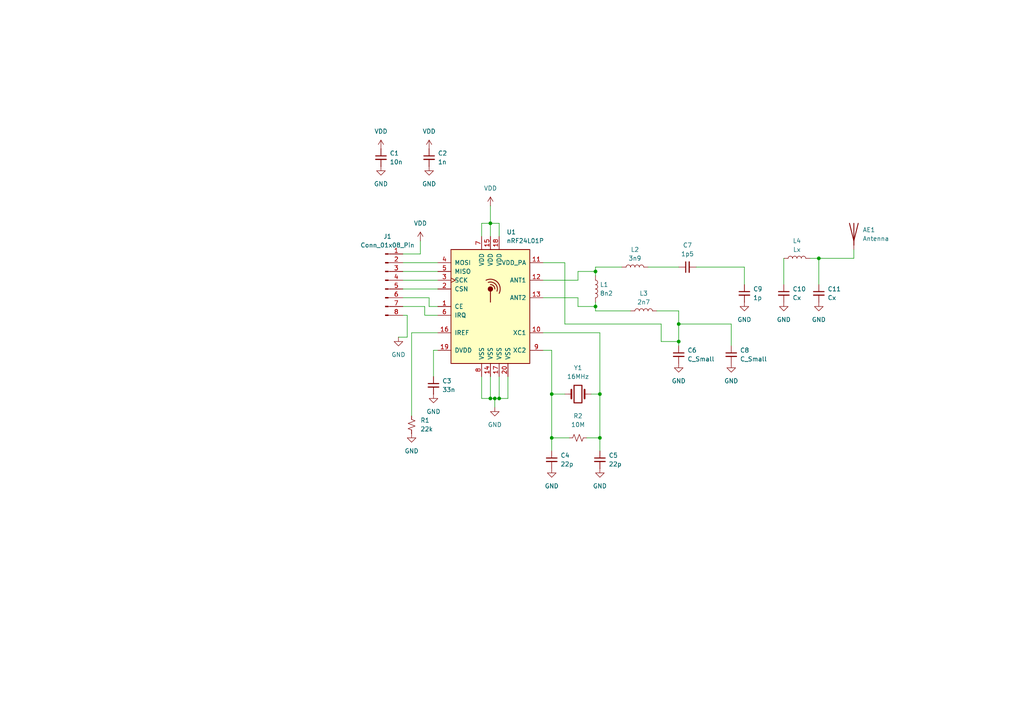
<source format=kicad_sch>
(kicad_sch
	(version 20250114)
	(generator "eeschema")
	(generator_version "9.0")
	(uuid "d3accc53-11a6-48e2-8225-2b97b905ecd3")
	(paper "A4")
	(lib_symbols
		(symbol "Connector:Conn_01x08_Pin"
			(pin_names
				(offset 1.016)
				(hide yes)
			)
			(exclude_from_sim no)
			(in_bom yes)
			(on_board yes)
			(property "Reference" "J"
				(at 0 10.16 0)
				(effects
					(font
						(size 1.27 1.27)
					)
				)
			)
			(property "Value" "Conn_01x08_Pin"
				(at 0 -12.7 0)
				(effects
					(font
						(size 1.27 1.27)
					)
				)
			)
			(property "Footprint" ""
				(at 0 0 0)
				(effects
					(font
						(size 1.27 1.27)
					)
					(hide yes)
				)
			)
			(property "Datasheet" "~"
				(at 0 0 0)
				(effects
					(font
						(size 1.27 1.27)
					)
					(hide yes)
				)
			)
			(property "Description" "Generic connector, single row, 01x08, script generated"
				(at 0 0 0)
				(effects
					(font
						(size 1.27 1.27)
					)
					(hide yes)
				)
			)
			(property "ki_locked" ""
				(at 0 0 0)
				(effects
					(font
						(size 1.27 1.27)
					)
				)
			)
			(property "ki_keywords" "connector"
				(at 0 0 0)
				(effects
					(font
						(size 1.27 1.27)
					)
					(hide yes)
				)
			)
			(property "ki_fp_filters" "Connector*:*_1x??_*"
				(at 0 0 0)
				(effects
					(font
						(size 1.27 1.27)
					)
					(hide yes)
				)
			)
			(symbol "Conn_01x08_Pin_1_1"
				(rectangle
					(start 0.8636 7.747)
					(end 0 7.493)
					(stroke
						(width 0.1524)
						(type default)
					)
					(fill
						(type outline)
					)
				)
				(rectangle
					(start 0.8636 5.207)
					(end 0 4.953)
					(stroke
						(width 0.1524)
						(type default)
					)
					(fill
						(type outline)
					)
				)
				(rectangle
					(start 0.8636 2.667)
					(end 0 2.413)
					(stroke
						(width 0.1524)
						(type default)
					)
					(fill
						(type outline)
					)
				)
				(rectangle
					(start 0.8636 0.127)
					(end 0 -0.127)
					(stroke
						(width 0.1524)
						(type default)
					)
					(fill
						(type outline)
					)
				)
				(rectangle
					(start 0.8636 -2.413)
					(end 0 -2.667)
					(stroke
						(width 0.1524)
						(type default)
					)
					(fill
						(type outline)
					)
				)
				(rectangle
					(start 0.8636 -4.953)
					(end 0 -5.207)
					(stroke
						(width 0.1524)
						(type default)
					)
					(fill
						(type outline)
					)
				)
				(rectangle
					(start 0.8636 -7.493)
					(end 0 -7.747)
					(stroke
						(width 0.1524)
						(type default)
					)
					(fill
						(type outline)
					)
				)
				(rectangle
					(start 0.8636 -10.033)
					(end 0 -10.287)
					(stroke
						(width 0.1524)
						(type default)
					)
					(fill
						(type outline)
					)
				)
				(polyline
					(pts
						(xy 1.27 7.62) (xy 0.8636 7.62)
					)
					(stroke
						(width 0.1524)
						(type default)
					)
					(fill
						(type none)
					)
				)
				(polyline
					(pts
						(xy 1.27 5.08) (xy 0.8636 5.08)
					)
					(stroke
						(width 0.1524)
						(type default)
					)
					(fill
						(type none)
					)
				)
				(polyline
					(pts
						(xy 1.27 2.54) (xy 0.8636 2.54)
					)
					(stroke
						(width 0.1524)
						(type default)
					)
					(fill
						(type none)
					)
				)
				(polyline
					(pts
						(xy 1.27 0) (xy 0.8636 0)
					)
					(stroke
						(width 0.1524)
						(type default)
					)
					(fill
						(type none)
					)
				)
				(polyline
					(pts
						(xy 1.27 -2.54) (xy 0.8636 -2.54)
					)
					(stroke
						(width 0.1524)
						(type default)
					)
					(fill
						(type none)
					)
				)
				(polyline
					(pts
						(xy 1.27 -5.08) (xy 0.8636 -5.08)
					)
					(stroke
						(width 0.1524)
						(type default)
					)
					(fill
						(type none)
					)
				)
				(polyline
					(pts
						(xy 1.27 -7.62) (xy 0.8636 -7.62)
					)
					(stroke
						(width 0.1524)
						(type default)
					)
					(fill
						(type none)
					)
				)
				(polyline
					(pts
						(xy 1.27 -10.16) (xy 0.8636 -10.16)
					)
					(stroke
						(width 0.1524)
						(type default)
					)
					(fill
						(type none)
					)
				)
				(pin passive line
					(at 5.08 7.62 180)
					(length 3.81)
					(name "Pin_1"
						(effects
							(font
								(size 1.27 1.27)
							)
						)
					)
					(number "1"
						(effects
							(font
								(size 1.27 1.27)
							)
						)
					)
				)
				(pin passive line
					(at 5.08 5.08 180)
					(length 3.81)
					(name "Pin_2"
						(effects
							(font
								(size 1.27 1.27)
							)
						)
					)
					(number "2"
						(effects
							(font
								(size 1.27 1.27)
							)
						)
					)
				)
				(pin passive line
					(at 5.08 2.54 180)
					(length 3.81)
					(name "Pin_3"
						(effects
							(font
								(size 1.27 1.27)
							)
						)
					)
					(number "3"
						(effects
							(font
								(size 1.27 1.27)
							)
						)
					)
				)
				(pin passive line
					(at 5.08 0 180)
					(length 3.81)
					(name "Pin_4"
						(effects
							(font
								(size 1.27 1.27)
							)
						)
					)
					(number "4"
						(effects
							(font
								(size 1.27 1.27)
							)
						)
					)
				)
				(pin passive line
					(at 5.08 -2.54 180)
					(length 3.81)
					(name "Pin_5"
						(effects
							(font
								(size 1.27 1.27)
							)
						)
					)
					(number "5"
						(effects
							(font
								(size 1.27 1.27)
							)
						)
					)
				)
				(pin passive line
					(at 5.08 -5.08 180)
					(length 3.81)
					(name "Pin_6"
						(effects
							(font
								(size 1.27 1.27)
							)
						)
					)
					(number "6"
						(effects
							(font
								(size 1.27 1.27)
							)
						)
					)
				)
				(pin passive line
					(at 5.08 -7.62 180)
					(length 3.81)
					(name "Pin_7"
						(effects
							(font
								(size 1.27 1.27)
							)
						)
					)
					(number "7"
						(effects
							(font
								(size 1.27 1.27)
							)
						)
					)
				)
				(pin passive line
					(at 5.08 -10.16 180)
					(length 3.81)
					(name "Pin_8"
						(effects
							(font
								(size 1.27 1.27)
							)
						)
					)
					(number "8"
						(effects
							(font
								(size 1.27 1.27)
							)
						)
					)
				)
			)
			(embedded_fonts no)
		)
		(symbol "Device:Antenna"
			(pin_numbers
				(hide yes)
			)
			(pin_names
				(offset 1.016)
				(hide yes)
			)
			(exclude_from_sim no)
			(in_bom yes)
			(on_board yes)
			(property "Reference" "AE"
				(at -1.905 1.905 0)
				(effects
					(font
						(size 1.27 1.27)
					)
					(justify right)
				)
			)
			(property "Value" "Antenna"
				(at -1.905 0 0)
				(effects
					(font
						(size 1.27 1.27)
					)
					(justify right)
				)
			)
			(property "Footprint" ""
				(at 0 0 0)
				(effects
					(font
						(size 1.27 1.27)
					)
					(hide yes)
				)
			)
			(property "Datasheet" "~"
				(at 0 0 0)
				(effects
					(font
						(size 1.27 1.27)
					)
					(hide yes)
				)
			)
			(property "Description" "Antenna"
				(at 0 0 0)
				(effects
					(font
						(size 1.27 1.27)
					)
					(hide yes)
				)
			)
			(property "ki_keywords" "antenna"
				(at 0 0 0)
				(effects
					(font
						(size 1.27 1.27)
					)
					(hide yes)
				)
			)
			(symbol "Antenna_0_1"
				(polyline
					(pts
						(xy 0 2.54) (xy 0 -3.81)
					)
					(stroke
						(width 0.254)
						(type default)
					)
					(fill
						(type none)
					)
				)
				(polyline
					(pts
						(xy 1.27 2.54) (xy 0 -2.54) (xy -1.27 2.54)
					)
					(stroke
						(width 0.254)
						(type default)
					)
					(fill
						(type none)
					)
				)
			)
			(symbol "Antenna_1_1"
				(pin input line
					(at 0 -5.08 90)
					(length 2.54)
					(name "A"
						(effects
							(font
								(size 1.27 1.27)
							)
						)
					)
					(number "1"
						(effects
							(font
								(size 1.27 1.27)
							)
						)
					)
				)
			)
			(embedded_fonts no)
		)
		(symbol "Device:C_Small"
			(pin_numbers
				(hide yes)
			)
			(pin_names
				(offset 0.254)
				(hide yes)
			)
			(exclude_from_sim no)
			(in_bom yes)
			(on_board yes)
			(property "Reference" "C"
				(at 0.254 1.778 0)
				(effects
					(font
						(size 1.27 1.27)
					)
					(justify left)
				)
			)
			(property "Value" "C_Small"
				(at 0.254 -2.032 0)
				(effects
					(font
						(size 1.27 1.27)
					)
					(justify left)
				)
			)
			(property "Footprint" ""
				(at 0 0 0)
				(effects
					(font
						(size 1.27 1.27)
					)
					(hide yes)
				)
			)
			(property "Datasheet" "~"
				(at 0 0 0)
				(effects
					(font
						(size 1.27 1.27)
					)
					(hide yes)
				)
			)
			(property "Description" "Unpolarized capacitor, small symbol"
				(at 0 0 0)
				(effects
					(font
						(size 1.27 1.27)
					)
					(hide yes)
				)
			)
			(property "ki_keywords" "capacitor cap"
				(at 0 0 0)
				(effects
					(font
						(size 1.27 1.27)
					)
					(hide yes)
				)
			)
			(property "ki_fp_filters" "C_*"
				(at 0 0 0)
				(effects
					(font
						(size 1.27 1.27)
					)
					(hide yes)
				)
			)
			(symbol "C_Small_0_1"
				(polyline
					(pts
						(xy -1.524 0.508) (xy 1.524 0.508)
					)
					(stroke
						(width 0.3048)
						(type default)
					)
					(fill
						(type none)
					)
				)
				(polyline
					(pts
						(xy -1.524 -0.508) (xy 1.524 -0.508)
					)
					(stroke
						(width 0.3302)
						(type default)
					)
					(fill
						(type none)
					)
				)
			)
			(symbol "C_Small_1_1"
				(pin passive line
					(at 0 2.54 270)
					(length 2.032)
					(name "~"
						(effects
							(font
								(size 1.27 1.27)
							)
						)
					)
					(number "1"
						(effects
							(font
								(size 1.27 1.27)
							)
						)
					)
				)
				(pin passive line
					(at 0 -2.54 90)
					(length 2.032)
					(name "~"
						(effects
							(font
								(size 1.27 1.27)
							)
						)
					)
					(number "2"
						(effects
							(font
								(size 1.27 1.27)
							)
						)
					)
				)
			)
			(embedded_fonts no)
		)
		(symbol "Device:Crystal"
			(pin_numbers
				(hide yes)
			)
			(pin_names
				(offset 1.016)
				(hide yes)
			)
			(exclude_from_sim no)
			(in_bom yes)
			(on_board yes)
			(property "Reference" "Y"
				(at 0 3.81 0)
				(effects
					(font
						(size 1.27 1.27)
					)
				)
			)
			(property "Value" "Crystal"
				(at 0 -3.81 0)
				(effects
					(font
						(size 1.27 1.27)
					)
				)
			)
			(property "Footprint" ""
				(at 0 0 0)
				(effects
					(font
						(size 1.27 1.27)
					)
					(hide yes)
				)
			)
			(property "Datasheet" "~"
				(at 0 0 0)
				(effects
					(font
						(size 1.27 1.27)
					)
					(hide yes)
				)
			)
			(property "Description" "Two pin crystal"
				(at 0 0 0)
				(effects
					(font
						(size 1.27 1.27)
					)
					(hide yes)
				)
			)
			(property "ki_keywords" "quartz ceramic resonator oscillator"
				(at 0 0 0)
				(effects
					(font
						(size 1.27 1.27)
					)
					(hide yes)
				)
			)
			(property "ki_fp_filters" "Crystal*"
				(at 0 0 0)
				(effects
					(font
						(size 1.27 1.27)
					)
					(hide yes)
				)
			)
			(symbol "Crystal_0_1"
				(polyline
					(pts
						(xy -2.54 0) (xy -1.905 0)
					)
					(stroke
						(width 0)
						(type default)
					)
					(fill
						(type none)
					)
				)
				(polyline
					(pts
						(xy -1.905 -1.27) (xy -1.905 1.27)
					)
					(stroke
						(width 0.508)
						(type default)
					)
					(fill
						(type none)
					)
				)
				(rectangle
					(start -1.143 2.54)
					(end 1.143 -2.54)
					(stroke
						(width 0.3048)
						(type default)
					)
					(fill
						(type none)
					)
				)
				(polyline
					(pts
						(xy 1.905 -1.27) (xy 1.905 1.27)
					)
					(stroke
						(width 0.508)
						(type default)
					)
					(fill
						(type none)
					)
				)
				(polyline
					(pts
						(xy 2.54 0) (xy 1.905 0)
					)
					(stroke
						(width 0)
						(type default)
					)
					(fill
						(type none)
					)
				)
			)
			(symbol "Crystal_1_1"
				(pin passive line
					(at -3.81 0 0)
					(length 1.27)
					(name "1"
						(effects
							(font
								(size 1.27 1.27)
							)
						)
					)
					(number "1"
						(effects
							(font
								(size 1.27 1.27)
							)
						)
					)
				)
				(pin passive line
					(at 3.81 0 180)
					(length 1.27)
					(name "2"
						(effects
							(font
								(size 1.27 1.27)
							)
						)
					)
					(number "2"
						(effects
							(font
								(size 1.27 1.27)
							)
						)
					)
				)
			)
			(embedded_fonts no)
		)
		(symbol "Device:L"
			(pin_numbers
				(hide yes)
			)
			(pin_names
				(offset 1.016)
				(hide yes)
			)
			(exclude_from_sim no)
			(in_bom yes)
			(on_board yes)
			(property "Reference" "L"
				(at -1.27 0 90)
				(effects
					(font
						(size 1.27 1.27)
					)
				)
			)
			(property "Value" "L"
				(at 1.905 0 90)
				(effects
					(font
						(size 1.27 1.27)
					)
				)
			)
			(property "Footprint" ""
				(at 0 0 0)
				(effects
					(font
						(size 1.27 1.27)
					)
					(hide yes)
				)
			)
			(property "Datasheet" "~"
				(at 0 0 0)
				(effects
					(font
						(size 1.27 1.27)
					)
					(hide yes)
				)
			)
			(property "Description" "Inductor"
				(at 0 0 0)
				(effects
					(font
						(size 1.27 1.27)
					)
					(hide yes)
				)
			)
			(property "ki_keywords" "inductor choke coil reactor magnetic"
				(at 0 0 0)
				(effects
					(font
						(size 1.27 1.27)
					)
					(hide yes)
				)
			)
			(property "ki_fp_filters" "Choke_* *Coil* Inductor_* L_*"
				(at 0 0 0)
				(effects
					(font
						(size 1.27 1.27)
					)
					(hide yes)
				)
			)
			(symbol "L_0_1"
				(arc
					(start 0 2.54)
					(mid 0.6323 1.905)
					(end 0 1.27)
					(stroke
						(width 0)
						(type default)
					)
					(fill
						(type none)
					)
				)
				(arc
					(start 0 1.27)
					(mid 0.6323 0.635)
					(end 0 0)
					(stroke
						(width 0)
						(type default)
					)
					(fill
						(type none)
					)
				)
				(arc
					(start 0 0)
					(mid 0.6323 -0.635)
					(end 0 -1.27)
					(stroke
						(width 0)
						(type default)
					)
					(fill
						(type none)
					)
				)
				(arc
					(start 0 -1.27)
					(mid 0.6323 -1.905)
					(end 0 -2.54)
					(stroke
						(width 0)
						(type default)
					)
					(fill
						(type none)
					)
				)
			)
			(symbol "L_1_1"
				(pin passive line
					(at 0 3.81 270)
					(length 1.27)
					(name "1"
						(effects
							(font
								(size 1.27 1.27)
							)
						)
					)
					(number "1"
						(effects
							(font
								(size 1.27 1.27)
							)
						)
					)
				)
				(pin passive line
					(at 0 -3.81 90)
					(length 1.27)
					(name "2"
						(effects
							(font
								(size 1.27 1.27)
							)
						)
					)
					(number "2"
						(effects
							(font
								(size 1.27 1.27)
							)
						)
					)
				)
			)
			(embedded_fonts no)
		)
		(symbol "Device:R_Small_US"
			(pin_numbers
				(hide yes)
			)
			(pin_names
				(offset 0.254)
				(hide yes)
			)
			(exclude_from_sim no)
			(in_bom yes)
			(on_board yes)
			(property "Reference" "R"
				(at 0.762 0.508 0)
				(effects
					(font
						(size 1.27 1.27)
					)
					(justify left)
				)
			)
			(property "Value" "R_Small_US"
				(at 0.762 -1.016 0)
				(effects
					(font
						(size 1.27 1.27)
					)
					(justify left)
				)
			)
			(property "Footprint" ""
				(at 0 0 0)
				(effects
					(font
						(size 1.27 1.27)
					)
					(hide yes)
				)
			)
			(property "Datasheet" "~"
				(at 0 0 0)
				(effects
					(font
						(size 1.27 1.27)
					)
					(hide yes)
				)
			)
			(property "Description" "Resistor, small US symbol"
				(at 0 0 0)
				(effects
					(font
						(size 1.27 1.27)
					)
					(hide yes)
				)
			)
			(property "ki_keywords" "r resistor"
				(at 0 0 0)
				(effects
					(font
						(size 1.27 1.27)
					)
					(hide yes)
				)
			)
			(property "ki_fp_filters" "R_*"
				(at 0 0 0)
				(effects
					(font
						(size 1.27 1.27)
					)
					(hide yes)
				)
			)
			(symbol "R_Small_US_1_1"
				(polyline
					(pts
						(xy 0 1.524) (xy 1.016 1.143) (xy 0 0.762) (xy -1.016 0.381) (xy 0 0)
					)
					(stroke
						(width 0)
						(type default)
					)
					(fill
						(type none)
					)
				)
				(polyline
					(pts
						(xy 0 0) (xy 1.016 -0.381) (xy 0 -0.762) (xy -1.016 -1.143) (xy 0 -1.524)
					)
					(stroke
						(width 0)
						(type default)
					)
					(fill
						(type none)
					)
				)
				(pin passive line
					(at 0 2.54 270)
					(length 1.016)
					(name "~"
						(effects
							(font
								(size 1.27 1.27)
							)
						)
					)
					(number "1"
						(effects
							(font
								(size 1.27 1.27)
							)
						)
					)
				)
				(pin passive line
					(at 0 -2.54 90)
					(length 1.016)
					(name "~"
						(effects
							(font
								(size 1.27 1.27)
							)
						)
					)
					(number "2"
						(effects
							(font
								(size 1.27 1.27)
							)
						)
					)
				)
			)
			(embedded_fonts no)
		)
		(symbol "RF:nRF24L01P"
			(pin_names
				(offset 1.016)
			)
			(exclude_from_sim no)
			(in_bom yes)
			(on_board yes)
			(property "Reference" "U"
				(at -11.43 17.78 0)
				(effects
					(font
						(size 1.27 1.27)
					)
					(justify left)
				)
			)
			(property "Value" "nRF24L01P"
				(at 5.08 17.78 0)
				(effects
					(font
						(size 1.27 1.27)
					)
					(justify left)
				)
			)
			(property "Footprint" "Package_DFN_QFN:QFN-20-1EP_4x4mm_P0.5mm_EP2.5x2.5mm"
				(at 5.08 20.32 0)
				(effects
					(font
						(size 1.27 1.27)
						(italic yes)
					)
					(justify left)
					(hide yes)
				)
			)
			(property "Datasheet" "http://www.nordicsemi.com/eng/content/download/2726/34069/file/nRF24L01P_Product_Specification_1_0.pdf"
				(at 0 2.54 0)
				(effects
					(font
						(size 1.27 1.27)
					)
					(hide yes)
				)
			)
			(property "Description" "nRF24L01+, Ultra low power 2.4GHz RF Transceiver, QFN20 4x4mm"
				(at 0 0 0)
				(effects
					(font
						(size 1.27 1.27)
					)
					(hide yes)
				)
			)
			(property "ki_keywords" "Low Power RF Transceiver"
				(at 0 0 0)
				(effects
					(font
						(size 1.27 1.27)
					)
					(hide yes)
				)
			)
			(property "ki_fp_filters" "QFN*4x4*0.5mm*"
				(at 0 0 0)
				(effects
					(font
						(size 1.27 1.27)
					)
					(hide yes)
				)
			)
			(symbol "nRF24L01P_0_1"
				(rectangle
					(start -11.43 16.51)
					(end 11.43 -16.51)
					(stroke
						(width 0.254)
						(type default)
					)
					(fill
						(type background)
					)
				)
				(arc
					(start -1.27 7.62)
					(mid 2.008 7.088)
					(end 2.54 3.81)
					(stroke
						(width 0.254)
						(type default)
					)
					(fill
						(type none)
					)
				)
				(circle
					(center 0 5.08)
					(radius 0.635)
					(stroke
						(width 0.254)
						(type default)
					)
					(fill
						(type outline)
					)
				)
				(polyline
					(pts
						(xy 0 4.445) (xy 0 1.27)
					)
					(stroke
						(width 0.254)
						(type default)
					)
					(fill
						(type none)
					)
				)
				(arc
					(start -0.635 6.985)
					(mid 1.4383 6.5183)
					(end 1.905 4.445)
					(stroke
						(width 0.254)
						(type default)
					)
					(fill
						(type none)
					)
				)
				(arc
					(start 0 6.35)
					(mid 0.9108 5.9908)
					(end 1.27 5.08)
					(stroke
						(width 0.254)
						(type default)
					)
					(fill
						(type none)
					)
				)
				(rectangle
					(start 11.43 -13.97)
					(end 11.43 -13.97)
					(stroke
						(width 0)
						(type default)
					)
					(fill
						(type none)
					)
				)
			)
			(symbol "nRF24L01P_1_1"
				(pin input line
					(at -15.24 12.7 0)
					(length 3.81)
					(name "MOSI"
						(effects
							(font
								(size 1.27 1.27)
							)
						)
					)
					(number "4"
						(effects
							(font
								(size 1.27 1.27)
							)
						)
					)
				)
				(pin output line
					(at -15.24 10.16 0)
					(length 3.81)
					(name "MISO"
						(effects
							(font
								(size 1.27 1.27)
							)
						)
					)
					(number "5"
						(effects
							(font
								(size 1.27 1.27)
							)
						)
					)
				)
				(pin input clock
					(at -15.24 7.62 0)
					(length 3.81)
					(name "SCK"
						(effects
							(font
								(size 1.27 1.27)
							)
						)
					)
					(number "3"
						(effects
							(font
								(size 1.27 1.27)
							)
						)
					)
				)
				(pin input line
					(at -15.24 5.08 0)
					(length 3.81)
					(name "CSN"
						(effects
							(font
								(size 1.27 1.27)
							)
						)
					)
					(number "2"
						(effects
							(font
								(size 1.27 1.27)
							)
						)
					)
				)
				(pin input line
					(at -15.24 0 0)
					(length 3.81)
					(name "CE"
						(effects
							(font
								(size 1.27 1.27)
							)
						)
					)
					(number "1"
						(effects
							(font
								(size 1.27 1.27)
							)
						)
					)
				)
				(pin output line
					(at -15.24 -2.54 0)
					(length 3.81)
					(name "IRQ"
						(effects
							(font
								(size 1.27 1.27)
							)
						)
					)
					(number "6"
						(effects
							(font
								(size 1.27 1.27)
							)
						)
					)
				)
				(pin passive line
					(at -15.24 -7.62 0)
					(length 3.81)
					(name "IREF"
						(effects
							(font
								(size 1.27 1.27)
							)
						)
					)
					(number "16"
						(effects
							(font
								(size 1.27 1.27)
							)
						)
					)
				)
				(pin power_out line
					(at -15.24 -12.7 0)
					(length 3.81)
					(name "DVDD"
						(effects
							(font
								(size 1.27 1.27)
							)
						)
					)
					(number "19"
						(effects
							(font
								(size 1.27 1.27)
							)
						)
					)
				)
				(pin power_in line
					(at -2.54 20.32 270)
					(length 3.81)
					(name "VDD"
						(effects
							(font
								(size 1.27 1.27)
							)
						)
					)
					(number "7"
						(effects
							(font
								(size 1.27 1.27)
							)
						)
					)
				)
				(pin power_in line
					(at -2.54 -20.32 90)
					(length 3.81)
					(name "VSS"
						(effects
							(font
								(size 1.27 1.27)
							)
						)
					)
					(number "8"
						(effects
							(font
								(size 1.27 1.27)
							)
						)
					)
				)
				(pin power_in line
					(at 0 20.32 270)
					(length 3.81)
					(name "VDD"
						(effects
							(font
								(size 1.27 1.27)
							)
						)
					)
					(number "15"
						(effects
							(font
								(size 1.27 1.27)
							)
						)
					)
				)
				(pin power_in line
					(at 0 -20.32 90)
					(length 3.81)
					(name "VSS"
						(effects
							(font
								(size 1.27 1.27)
							)
						)
					)
					(number "14"
						(effects
							(font
								(size 1.27 1.27)
							)
						)
					)
				)
				(pin power_in line
					(at 2.54 20.32 270)
					(length 3.81)
					(name "VDD"
						(effects
							(font
								(size 1.27 1.27)
							)
						)
					)
					(number "18"
						(effects
							(font
								(size 1.27 1.27)
							)
						)
					)
				)
				(pin power_in line
					(at 2.54 -20.32 90)
					(length 3.81)
					(name "VSS"
						(effects
							(font
								(size 1.27 1.27)
							)
						)
					)
					(number "17"
						(effects
							(font
								(size 1.27 1.27)
							)
						)
					)
				)
				(pin power_in line
					(at 5.08 -20.32 90)
					(length 3.81)
					(name "VSS"
						(effects
							(font
								(size 1.27 1.27)
							)
						)
					)
					(number "20"
						(effects
							(font
								(size 1.27 1.27)
							)
						)
					)
				)
				(pin power_out line
					(at 15.24 12.7 180)
					(length 3.81)
					(name "VDD_PA"
						(effects
							(font
								(size 1.27 1.27)
							)
						)
					)
					(number "11"
						(effects
							(font
								(size 1.27 1.27)
							)
						)
					)
				)
				(pin passive line
					(at 15.24 7.62 180)
					(length 3.81)
					(name "ANT1"
						(effects
							(font
								(size 1.27 1.27)
							)
						)
					)
					(number "12"
						(effects
							(font
								(size 1.27 1.27)
							)
						)
					)
				)
				(pin passive line
					(at 15.24 2.54 180)
					(length 3.81)
					(name "ANT2"
						(effects
							(font
								(size 1.27 1.27)
							)
						)
					)
					(number "13"
						(effects
							(font
								(size 1.27 1.27)
							)
						)
					)
				)
				(pin passive line
					(at 15.24 -7.62 180)
					(length 3.81)
					(name "XC1"
						(effects
							(font
								(size 1.27 1.27)
							)
						)
					)
					(number "10"
						(effects
							(font
								(size 1.27 1.27)
							)
						)
					)
				)
				(pin passive line
					(at 15.24 -12.7 180)
					(length 3.81)
					(name "XC2"
						(effects
							(font
								(size 1.27 1.27)
							)
						)
					)
					(number "9"
						(effects
							(font
								(size 1.27 1.27)
							)
						)
					)
				)
			)
			(embedded_fonts no)
		)
		(symbol "power:GND"
			(power)
			(pin_numbers
				(hide yes)
			)
			(pin_names
				(offset 0)
				(hide yes)
			)
			(exclude_from_sim no)
			(in_bom yes)
			(on_board yes)
			(property "Reference" "#PWR"
				(at 0 -6.35 0)
				(effects
					(font
						(size 1.27 1.27)
					)
					(hide yes)
				)
			)
			(property "Value" "GND"
				(at 0 -3.81 0)
				(effects
					(font
						(size 1.27 1.27)
					)
				)
			)
			(property "Footprint" ""
				(at 0 0 0)
				(effects
					(font
						(size 1.27 1.27)
					)
					(hide yes)
				)
			)
			(property "Datasheet" ""
				(at 0 0 0)
				(effects
					(font
						(size 1.27 1.27)
					)
					(hide yes)
				)
			)
			(property "Description" "Power symbol creates a global label with name \"GND\" , ground"
				(at 0 0 0)
				(effects
					(font
						(size 1.27 1.27)
					)
					(hide yes)
				)
			)
			(property "ki_keywords" "global power"
				(at 0 0 0)
				(effects
					(font
						(size 1.27 1.27)
					)
					(hide yes)
				)
			)
			(symbol "GND_0_1"
				(polyline
					(pts
						(xy 0 0) (xy 0 -1.27) (xy 1.27 -1.27) (xy 0 -2.54) (xy -1.27 -1.27) (xy 0 -1.27)
					)
					(stroke
						(width 0)
						(type default)
					)
					(fill
						(type none)
					)
				)
			)
			(symbol "GND_1_1"
				(pin power_in line
					(at 0 0 270)
					(length 0)
					(name "~"
						(effects
							(font
								(size 1.27 1.27)
							)
						)
					)
					(number "1"
						(effects
							(font
								(size 1.27 1.27)
							)
						)
					)
				)
			)
			(embedded_fonts no)
		)
		(symbol "power:VDD"
			(power)
			(pin_numbers
				(hide yes)
			)
			(pin_names
				(offset 0)
				(hide yes)
			)
			(exclude_from_sim no)
			(in_bom yes)
			(on_board yes)
			(property "Reference" "#PWR"
				(at 0 -3.81 0)
				(effects
					(font
						(size 1.27 1.27)
					)
					(hide yes)
				)
			)
			(property "Value" "VDD"
				(at 0 3.556 0)
				(effects
					(font
						(size 1.27 1.27)
					)
				)
			)
			(property "Footprint" ""
				(at 0 0 0)
				(effects
					(font
						(size 1.27 1.27)
					)
					(hide yes)
				)
			)
			(property "Datasheet" ""
				(at 0 0 0)
				(effects
					(font
						(size 1.27 1.27)
					)
					(hide yes)
				)
			)
			(property "Description" "Power symbol creates a global label with name \"VDD\""
				(at 0 0 0)
				(effects
					(font
						(size 1.27 1.27)
					)
					(hide yes)
				)
			)
			(property "ki_keywords" "global power"
				(at 0 0 0)
				(effects
					(font
						(size 1.27 1.27)
					)
					(hide yes)
				)
			)
			(symbol "VDD_0_1"
				(polyline
					(pts
						(xy -0.762 1.27) (xy 0 2.54)
					)
					(stroke
						(width 0)
						(type default)
					)
					(fill
						(type none)
					)
				)
				(polyline
					(pts
						(xy 0 2.54) (xy 0.762 1.27)
					)
					(stroke
						(width 0)
						(type default)
					)
					(fill
						(type none)
					)
				)
				(polyline
					(pts
						(xy 0 0) (xy 0 2.54)
					)
					(stroke
						(width 0)
						(type default)
					)
					(fill
						(type none)
					)
				)
			)
			(symbol "VDD_1_1"
				(pin power_in line
					(at 0 0 90)
					(length 0)
					(name "~"
						(effects
							(font
								(size 1.27 1.27)
							)
						)
					)
					(number "1"
						(effects
							(font
								(size 1.27 1.27)
							)
						)
					)
				)
			)
			(embedded_fonts no)
		)
	)
	(junction
		(at 172.72 78.74)
		(diameter 0)
		(color 0 0 0 0)
		(uuid "0b020c26-49a9-4d9a-bf42-821130ff4134")
	)
	(junction
		(at 142.24 115.57)
		(diameter 0)
		(color 0 0 0 0)
		(uuid "3708d53b-6e2a-4441-a6ea-958ab067cc0a")
	)
	(junction
		(at 173.99 127)
		(diameter 0)
		(color 0 0 0 0)
		(uuid "3f322232-f6a1-4900-999a-1d0ea8caa5fe")
	)
	(junction
		(at 144.78 115.57)
		(diameter 0)
		(color 0 0 0 0)
		(uuid "4560baeb-9ad8-497b-9edc-ca5c5030ed03")
	)
	(junction
		(at 172.72 88.9)
		(diameter 0)
		(color 0 0 0 0)
		(uuid "4fc32a58-be56-4231-9a1b-4637f04f5811")
	)
	(junction
		(at 160.02 114.3)
		(diameter 0)
		(color 0 0 0 0)
		(uuid "5aa4467d-c7b7-496f-97b7-beb761ae5c3c")
	)
	(junction
		(at 143.51 115.57)
		(diameter 0)
		(color 0 0 0 0)
		(uuid "68fb82da-738a-439c-9c43-165663747a5b")
	)
	(junction
		(at 173.99 114.3)
		(diameter 0)
		(color 0 0 0 0)
		(uuid "84d08b40-9c5a-4b48-96db-ca42d9f02203")
	)
	(junction
		(at 196.85 99.06)
		(diameter 0)
		(color 0 0 0 0)
		(uuid "9a4128ab-c08d-43d7-930b-2dd857d5937f")
	)
	(junction
		(at 237.49 74.93)
		(diameter 0)
		(color 0 0 0 0)
		(uuid "a81e7ea9-4506-4733-8aaa-f2aa8e4f3bd0")
	)
	(junction
		(at 160.02 127)
		(diameter 0)
		(color 0 0 0 0)
		(uuid "d4242f7c-6146-4a58-a4a3-0ed826296ea2")
	)
	(junction
		(at 196.85 93.98)
		(diameter 0)
		(color 0 0 0 0)
		(uuid "de6e4182-942c-46f8-a304-de47eff975c3")
	)
	(junction
		(at 142.24 64.77)
		(diameter 0)
		(color 0 0 0 0)
		(uuid "eb86e8ca-bc53-4011-9a42-2027471297fd")
	)
	(wire
		(pts
			(xy 201.93 77.47) (xy 215.9 77.47)
		)
		(stroke
			(width 0)
			(type default)
		)
		(uuid "041aa4f1-5f8b-442c-b1fa-f932167e7a0e")
	)
	(wire
		(pts
			(xy 144.78 64.77) (xy 142.24 64.77)
		)
		(stroke
			(width 0)
			(type default)
		)
		(uuid "098e28b9-0c6a-4ddd-83d5-2a07201377a6")
	)
	(wire
		(pts
			(xy 127 91.44) (xy 123.19 91.44)
		)
		(stroke
			(width 0)
			(type default)
		)
		(uuid "0a315acb-278e-4dd4-9427-b28218a25656")
	)
	(wire
		(pts
			(xy 160.02 114.3) (xy 160.02 127)
		)
		(stroke
			(width 0)
			(type default)
		)
		(uuid "0ad27c6d-38a0-46d9-8449-23ae3173020c")
	)
	(wire
		(pts
			(xy 157.48 96.52) (xy 173.99 96.52)
		)
		(stroke
			(width 0)
			(type default)
		)
		(uuid "10138a59-ef59-402e-b326-c94a2add8dce")
	)
	(wire
		(pts
			(xy 139.7 115.57) (xy 142.24 115.57)
		)
		(stroke
			(width 0)
			(type default)
		)
		(uuid "10489ec1-94f0-4a70-a3ca-f4844ec01e46")
	)
	(wire
		(pts
			(xy 116.84 83.82) (xy 127 83.82)
		)
		(stroke
			(width 0)
			(type default)
		)
		(uuid "11601585-65e0-4fb3-961d-e8775ec15a5f")
	)
	(wire
		(pts
			(xy 118.11 97.79) (xy 115.57 97.79)
		)
		(stroke
			(width 0)
			(type default)
		)
		(uuid "122c8fe0-cfbf-4770-aad2-7ba6edc5fc2b")
	)
	(wire
		(pts
			(xy 196.85 99.06) (xy 196.85 100.33)
		)
		(stroke
			(width 0)
			(type default)
		)
		(uuid "17362a65-a8ec-44dc-b081-9b55968652a8")
	)
	(wire
		(pts
			(xy 172.72 77.47) (xy 172.72 78.74)
		)
		(stroke
			(width 0)
			(type default)
		)
		(uuid "1e30371a-b98b-41e6-9100-38c636e38fbd")
	)
	(wire
		(pts
			(xy 157.48 81.28) (xy 167.64 81.28)
		)
		(stroke
			(width 0)
			(type default)
		)
		(uuid "2149a819-13c6-4602-9d59-6da6014cf2e7")
	)
	(wire
		(pts
			(xy 160.02 101.6) (xy 157.48 101.6)
		)
		(stroke
			(width 0)
			(type default)
		)
		(uuid "24f2e9bf-8678-4f79-afd6-accaa2f66b1f")
	)
	(wire
		(pts
			(xy 143.51 115.57) (xy 143.51 118.11)
		)
		(stroke
			(width 0)
			(type default)
		)
		(uuid "2662b5f5-1e71-4ae6-8f3e-3e63f01db493")
	)
	(wire
		(pts
			(xy 172.72 90.17) (xy 172.72 88.9)
		)
		(stroke
			(width 0)
			(type default)
		)
		(uuid "2bebd8d3-321a-4fa6-be92-c24248c1bc06")
	)
	(wire
		(pts
			(xy 142.24 64.77) (xy 142.24 68.58)
		)
		(stroke
			(width 0)
			(type default)
		)
		(uuid "2e4de306-a233-4b7d-a52a-ed2a3e89c324")
	)
	(wire
		(pts
			(xy 247.65 74.93) (xy 247.65 72.39)
		)
		(stroke
			(width 0)
			(type default)
		)
		(uuid "322ee80d-335b-41ea-8951-884e79e442c4")
	)
	(wire
		(pts
			(xy 167.64 78.74) (xy 172.72 78.74)
		)
		(stroke
			(width 0)
			(type default)
		)
		(uuid "34c8e12e-e8f4-4c82-8c16-c9d6076882c9")
	)
	(wire
		(pts
			(xy 160.02 114.3) (xy 163.83 114.3)
		)
		(stroke
			(width 0)
			(type default)
		)
		(uuid "3d6e9cd1-813c-441f-a59a-3c95124226db")
	)
	(wire
		(pts
			(xy 171.45 114.3) (xy 173.99 114.3)
		)
		(stroke
			(width 0)
			(type default)
		)
		(uuid "3eb03a01-ccb8-43c5-9e6a-d3182c9eddf8")
	)
	(wire
		(pts
			(xy 157.48 86.36) (xy 167.64 86.36)
		)
		(stroke
			(width 0)
			(type default)
		)
		(uuid "3eb32ea5-3800-496d-85d1-9f6f1ff79c2e")
	)
	(wire
		(pts
			(xy 123.19 88.9) (xy 116.84 88.9)
		)
		(stroke
			(width 0)
			(type default)
		)
		(uuid "434125ee-e86a-4fd9-aa31-d3f346fc5cdc")
	)
	(wire
		(pts
			(xy 160.02 127) (xy 160.02 130.81)
		)
		(stroke
			(width 0)
			(type default)
		)
		(uuid "44ee287e-c43d-4454-bff0-3ce32644b02b")
	)
	(wire
		(pts
			(xy 227.33 74.93) (xy 227.33 82.55)
		)
		(stroke
			(width 0)
			(type default)
		)
		(uuid "46b29760-f633-4f8d-8e51-0088b7bef8fb")
	)
	(wire
		(pts
			(xy 144.78 68.58) (xy 144.78 64.77)
		)
		(stroke
			(width 0)
			(type default)
		)
		(uuid "47db558f-7544-4125-8e9b-c42929d508e5")
	)
	(wire
		(pts
			(xy 116.84 76.2) (xy 127 76.2)
		)
		(stroke
			(width 0)
			(type default)
		)
		(uuid "4f278a4b-8c13-43b7-9c34-bd679622e62f")
	)
	(wire
		(pts
			(xy 139.7 68.58) (xy 139.7 64.77)
		)
		(stroke
			(width 0)
			(type default)
		)
		(uuid "535d0fdd-de91-4935-af66-627c6c737eb8")
	)
	(wire
		(pts
			(xy 173.99 114.3) (xy 173.99 127)
		)
		(stroke
			(width 0)
			(type default)
		)
		(uuid "56d43d24-3ed4-47a4-ade5-8c7bc6caf47f")
	)
	(wire
		(pts
			(xy 121.92 69.85) (xy 121.92 73.66)
		)
		(stroke
			(width 0)
			(type default)
		)
		(uuid "57877350-a6ec-41fa-99e7-bdbc2f3714e0")
	)
	(wire
		(pts
			(xy 121.92 73.66) (xy 116.84 73.66)
		)
		(stroke
			(width 0)
			(type default)
		)
		(uuid "588e5c5b-d0a6-4ae8-8a8e-3a72baa224c2")
	)
	(wire
		(pts
			(xy 190.5 90.17) (xy 196.85 90.17)
		)
		(stroke
			(width 0)
			(type default)
		)
		(uuid "6493fc5f-ed65-4bb0-941d-99ab8d452c98")
	)
	(wire
		(pts
			(xy 116.84 81.28) (xy 127 81.28)
		)
		(stroke
			(width 0)
			(type default)
		)
		(uuid "66ab9da2-5e30-4af8-95b3-2f67871ccd74")
	)
	(wire
		(pts
			(xy 172.72 78.74) (xy 172.72 80.01)
		)
		(stroke
			(width 0)
			(type default)
		)
		(uuid "724f8cea-53c8-4946-ac71-dda6a97f2a20")
	)
	(wire
		(pts
			(xy 215.9 77.47) (xy 215.9 82.55)
		)
		(stroke
			(width 0)
			(type default)
		)
		(uuid "74cc616a-ad30-41c7-9278-fbadbc4a3ad9")
	)
	(wire
		(pts
			(xy 144.78 109.22) (xy 144.78 115.57)
		)
		(stroke
			(width 0)
			(type default)
		)
		(uuid "75eac638-c642-4d61-af7b-39f59108f602")
	)
	(wire
		(pts
			(xy 187.96 77.47) (xy 196.85 77.47)
		)
		(stroke
			(width 0)
			(type default)
		)
		(uuid "7a81a01a-b851-4074-800e-2dc753afe374")
	)
	(wire
		(pts
			(xy 191.77 99.06) (xy 196.85 99.06)
		)
		(stroke
			(width 0)
			(type default)
		)
		(uuid "7e219642-6fbe-47e0-94da-5f2f676ce410")
	)
	(wire
		(pts
			(xy 142.24 115.57) (xy 143.51 115.57)
		)
		(stroke
			(width 0)
			(type default)
		)
		(uuid "8513e5a0-a8ea-4fbf-9e96-b058d4259e37")
	)
	(wire
		(pts
			(xy 147.32 115.57) (xy 147.32 109.22)
		)
		(stroke
			(width 0)
			(type default)
		)
		(uuid "8a336312-6bc9-4935-af28-82a4abde1b7c")
	)
	(wire
		(pts
			(xy 196.85 90.17) (xy 196.85 93.98)
		)
		(stroke
			(width 0)
			(type default)
		)
		(uuid "8b4b6d1e-3754-4032-80e3-b839f65e8b60")
	)
	(wire
		(pts
			(xy 167.64 88.9) (xy 172.72 88.9)
		)
		(stroke
			(width 0)
			(type default)
		)
		(uuid "8c4868f6-dda3-4a3f-b2a5-6b652e31d67f")
	)
	(wire
		(pts
			(xy 116.84 91.44) (xy 118.11 91.44)
		)
		(stroke
			(width 0)
			(type default)
		)
		(uuid "908e1df0-b56b-4982-8010-eb05974dff7e")
	)
	(wire
		(pts
			(xy 123.19 91.44) (xy 123.19 88.9)
		)
		(stroke
			(width 0)
			(type default)
		)
		(uuid "9226c5b6-881d-40a5-9809-01b3cdbb5f8f")
	)
	(wire
		(pts
			(xy 142.24 109.22) (xy 142.24 115.57)
		)
		(stroke
			(width 0)
			(type default)
		)
		(uuid "92d13c01-7736-4243-a62a-322e0254dcc2")
	)
	(wire
		(pts
			(xy 191.77 93.98) (xy 191.77 99.06)
		)
		(stroke
			(width 0)
			(type default)
		)
		(uuid "93eefbf0-02f0-47ad-883b-5b7fb3430348")
	)
	(wire
		(pts
			(xy 180.34 77.47) (xy 172.72 77.47)
		)
		(stroke
			(width 0)
			(type default)
		)
		(uuid "9530aada-af22-4b45-88be-5545afd0c32e")
	)
	(wire
		(pts
			(xy 234.95 74.93) (xy 237.49 74.93)
		)
		(stroke
			(width 0)
			(type default)
		)
		(uuid "9a35d100-de55-4f24-b492-42bb41c9b7d4")
	)
	(wire
		(pts
			(xy 163.83 76.2) (xy 163.83 93.98)
		)
		(stroke
			(width 0)
			(type default)
		)
		(uuid "a74151e2-9f5f-43a3-a896-57a77f694318")
	)
	(wire
		(pts
			(xy 119.38 96.52) (xy 119.38 120.65)
		)
		(stroke
			(width 0)
			(type default)
		)
		(uuid "a84153d0-1e81-42fe-b259-2ce27ec80bee")
	)
	(wire
		(pts
			(xy 144.78 115.57) (xy 147.32 115.57)
		)
		(stroke
			(width 0)
			(type default)
		)
		(uuid "b0c1e174-3bd4-423b-99fe-73ec3c56730f")
	)
	(wire
		(pts
			(xy 172.72 88.9) (xy 172.72 87.63)
		)
		(stroke
			(width 0)
			(type default)
		)
		(uuid "b1909fc2-a48e-46e7-8da8-28401292f327")
	)
	(wire
		(pts
			(xy 160.02 101.6) (xy 160.02 114.3)
		)
		(stroke
			(width 0)
			(type default)
		)
		(uuid "b2e68e8a-695f-414e-984d-05a443abd9d7")
	)
	(wire
		(pts
			(xy 127 88.9) (xy 124.46 88.9)
		)
		(stroke
			(width 0)
			(type default)
		)
		(uuid "b5114ab1-588b-4337-8937-e573002e32e5")
	)
	(wire
		(pts
			(xy 142.24 59.69) (xy 142.24 64.77)
		)
		(stroke
			(width 0)
			(type default)
		)
		(uuid "b9cc241d-aabb-44c4-97de-4871e167d550")
	)
	(wire
		(pts
			(xy 116.84 78.74) (xy 127 78.74)
		)
		(stroke
			(width 0)
			(type default)
		)
		(uuid "ba2a0714-55db-43f1-ae5f-808abbc9c7d3")
	)
	(wire
		(pts
			(xy 196.85 93.98) (xy 196.85 99.06)
		)
		(stroke
			(width 0)
			(type default)
		)
		(uuid "bedc03dc-cf33-4a3b-be4b-bd9995bee868")
	)
	(wire
		(pts
			(xy 160.02 127) (xy 165.1 127)
		)
		(stroke
			(width 0)
			(type default)
		)
		(uuid "c4977469-0451-4b5c-8939-1704479bccb5")
	)
	(wire
		(pts
			(xy 163.83 93.98) (xy 191.77 93.98)
		)
		(stroke
			(width 0)
			(type default)
		)
		(uuid "c49b6eaa-e9ab-493a-b18d-47fa263a4944")
	)
	(wire
		(pts
			(xy 167.64 86.36) (xy 167.64 88.9)
		)
		(stroke
			(width 0)
			(type default)
		)
		(uuid "c74b5b3c-052d-4f1f-ae44-a61e34faea96")
	)
	(wire
		(pts
			(xy 127 101.6) (xy 125.73 101.6)
		)
		(stroke
			(width 0)
			(type default)
		)
		(uuid "cb74aef6-79fe-441d-b5d3-2892a0eab4cf")
	)
	(wire
		(pts
			(xy 127 96.52) (xy 119.38 96.52)
		)
		(stroke
			(width 0)
			(type default)
		)
		(uuid "cbfc6f8b-2b48-41b8-93d1-f69282f6a4f8")
	)
	(wire
		(pts
			(xy 125.73 101.6) (xy 125.73 109.22)
		)
		(stroke
			(width 0)
			(type default)
		)
		(uuid "ce2aa81d-5108-44a5-898f-c6b8f253f943")
	)
	(wire
		(pts
			(xy 237.49 74.93) (xy 247.65 74.93)
		)
		(stroke
			(width 0)
			(type default)
		)
		(uuid "ce350c4d-6839-45ea-b587-a2325b05b475")
	)
	(wire
		(pts
			(xy 196.85 93.98) (xy 212.09 93.98)
		)
		(stroke
			(width 0)
			(type default)
		)
		(uuid "d48d5722-25d7-46ea-980f-59e19f71ddf1")
	)
	(wire
		(pts
			(xy 139.7 109.22) (xy 139.7 115.57)
		)
		(stroke
			(width 0)
			(type default)
		)
		(uuid "d73a25e7-d544-4263-bc3a-e58ff961c9ec")
	)
	(wire
		(pts
			(xy 182.88 90.17) (xy 172.72 90.17)
		)
		(stroke
			(width 0)
			(type default)
		)
		(uuid "dac25b7c-64d2-4dea-8bda-fb7e51b38601")
	)
	(wire
		(pts
			(xy 173.99 127) (xy 173.99 130.81)
		)
		(stroke
			(width 0)
			(type default)
		)
		(uuid "dfcb6ae7-470b-46cb-a538-6aff02ba3ca9")
	)
	(wire
		(pts
			(xy 173.99 96.52) (xy 173.99 114.3)
		)
		(stroke
			(width 0)
			(type default)
		)
		(uuid "e0f59c0c-8e71-4cfb-905f-5694c8545e57")
	)
	(wire
		(pts
			(xy 118.11 91.44) (xy 118.11 97.79)
		)
		(stroke
			(width 0)
			(type default)
		)
		(uuid "e6c3783f-cb2e-4834-a1b4-bbef4e460fc3")
	)
	(wire
		(pts
			(xy 143.51 115.57) (xy 144.78 115.57)
		)
		(stroke
			(width 0)
			(type default)
		)
		(uuid "e7b5dd01-dae4-4fe2-8175-703209b6d3bb")
	)
	(wire
		(pts
			(xy 237.49 74.93) (xy 237.49 82.55)
		)
		(stroke
			(width 0)
			(type default)
		)
		(uuid "e87948a9-0268-49e4-9953-37460ade98b7")
	)
	(wire
		(pts
			(xy 139.7 64.77) (xy 142.24 64.77)
		)
		(stroke
			(width 0)
			(type default)
		)
		(uuid "ed9a0103-cde0-4d2d-86b9-fef735f499d9")
	)
	(wire
		(pts
			(xy 124.46 86.36) (xy 116.84 86.36)
		)
		(stroke
			(width 0)
			(type default)
		)
		(uuid "eda29340-1e2f-41b5-8f72-8f1ca4f0bf29")
	)
	(wire
		(pts
			(xy 157.48 76.2) (xy 163.83 76.2)
		)
		(stroke
			(width 0)
			(type default)
		)
		(uuid "eec1764b-826a-478c-ae5b-9489b1907c31")
	)
	(wire
		(pts
			(xy 167.64 81.28) (xy 167.64 78.74)
		)
		(stroke
			(width 0)
			(type default)
		)
		(uuid "f2ac1a09-05a6-47d6-89c7-7d1701048d7d")
	)
	(wire
		(pts
			(xy 212.09 100.33) (xy 212.09 93.98)
		)
		(stroke
			(width 0)
			(type default)
		)
		(uuid "f517fd93-bcda-40d1-9079-b1caf7fb680b")
	)
	(wire
		(pts
			(xy 170.18 127) (xy 173.99 127)
		)
		(stroke
			(width 0)
			(type default)
		)
		(uuid "f7b764e2-abf1-44b6-bb78-ae9ad731a8e8")
	)
	(wire
		(pts
			(xy 124.46 88.9) (xy 124.46 86.36)
		)
		(stroke
			(width 0)
			(type default)
		)
		(uuid "f9ace5d8-9d4c-4bb3-a682-5bb0aa634266")
	)
	(symbol
		(lib_id "Device:C_Small")
		(at 160.02 133.35 0)
		(unit 1)
		(exclude_from_sim no)
		(in_bom yes)
		(on_board yes)
		(dnp no)
		(fields_autoplaced yes)
		(uuid "01a16e92-5611-4bc7-9c58-294af662d337")
		(property "Reference" "C4"
			(at 162.56 132.0862 0)
			(effects
				(font
					(size 1.27 1.27)
				)
				(justify left)
			)
		)
		(property "Value" "22p"
			(at 162.56 134.6262 0)
			(effects
				(font
					(size 1.27 1.27)
				)
				(justify left)
			)
		)
		(property "Footprint" "Capacitor_SMD:C_0402_1005Metric"
			(at 160.02 133.35 0)
			(effects
				(font
					(size 1.27 1.27)
				)
				(hide yes)
			)
		)
		(property "Datasheet" "~"
			(at 160.02 133.35 0)
			(effects
				(font
					(size 1.27 1.27)
				)
				(hide yes)
			)
		)
		(property "Description" "Unpolarized capacitor, small symbol"
			(at 160.02 133.35 0)
			(effects
				(font
					(size 1.27 1.27)
				)
				(hide yes)
			)
		)
		(pin "2"
			(uuid "7c3fe2ea-2bbe-4bcd-b8fe-dacaaa05a164")
		)
		(pin "1"
			(uuid "847015d0-33f2-447f-9fff-f8a8584c1ead")
		)
		(instances
			(project ""
				(path "/d3accc53-11a6-48e2-8225-2b97b905ecd3"
					(reference "C4")
					(unit 1)
				)
			)
		)
	)
	(symbol
		(lib_id "power:GND")
		(at 237.49 87.63 0)
		(unit 1)
		(exclude_from_sim no)
		(in_bom yes)
		(on_board yes)
		(dnp no)
		(fields_autoplaced yes)
		(uuid "087ae9f3-3619-419b-b757-ee889e3a288b")
		(property "Reference" "#PWR017"
			(at 237.49 93.98 0)
			(effects
				(font
					(size 1.27 1.27)
				)
				(hide yes)
			)
		)
		(property "Value" "GND"
			(at 237.49 92.71 0)
			(effects
				(font
					(size 1.27 1.27)
				)
			)
		)
		(property "Footprint" ""
			(at 237.49 87.63 0)
			(effects
				(font
					(size 1.27 1.27)
				)
				(hide yes)
			)
		)
		(property "Datasheet" ""
			(at 237.49 87.63 0)
			(effects
				(font
					(size 1.27 1.27)
				)
				(hide yes)
			)
		)
		(property "Description" "Power symbol creates a global label with name \"GND\" , ground"
			(at 237.49 87.63 0)
			(effects
				(font
					(size 1.27 1.27)
				)
				(hide yes)
			)
		)
		(pin "1"
			(uuid "305fabe8-60ef-4300-9955-9327579f6ed4")
		)
		(instances
			(project "Tarea 3 mico"
				(path "/d3accc53-11a6-48e2-8225-2b97b905ecd3"
					(reference "#PWR017")
					(unit 1)
				)
			)
		)
	)
	(symbol
		(lib_id "Device:C_Small")
		(at 215.9 85.09 0)
		(unit 1)
		(exclude_from_sim no)
		(in_bom yes)
		(on_board yes)
		(dnp no)
		(fields_autoplaced yes)
		(uuid "149de252-ef24-46da-987c-853783f131de")
		(property "Reference" "C9"
			(at 218.44 83.8262 0)
			(effects
				(font
					(size 1.27 1.27)
				)
				(justify left)
			)
		)
		(property "Value" "1p"
			(at 218.44 86.3662 0)
			(effects
				(font
					(size 1.27 1.27)
				)
				(justify left)
			)
		)
		(property "Footprint" "Capacitor_SMD:C_0402_1005Metric"
			(at 215.9 85.09 0)
			(effects
				(font
					(size 1.27 1.27)
				)
				(hide yes)
			)
		)
		(property "Datasheet" "~"
			(at 215.9 85.09 0)
			(effects
				(font
					(size 1.27 1.27)
				)
				(hide yes)
			)
		)
		(property "Description" "Unpolarized capacitor, small symbol"
			(at 215.9 85.09 0)
			(effects
				(font
					(size 1.27 1.27)
				)
				(hide yes)
			)
		)
		(pin "2"
			(uuid "7c3fe2ea-2bbe-4bcd-b8fe-dacaaa05a164")
		)
		(pin "1"
			(uuid "847015d0-33f2-447f-9fff-f8a8584c1ead")
		)
		(instances
			(project ""
				(path "/d3accc53-11a6-48e2-8225-2b97b905ecd3"
					(reference "C9")
					(unit 1)
				)
			)
		)
	)
	(symbol
		(lib_id "power:GND")
		(at 173.99 135.89 0)
		(unit 1)
		(exclude_from_sim no)
		(in_bom yes)
		(on_board yes)
		(dnp no)
		(fields_autoplaced yes)
		(uuid "1d03431f-32af-40eb-9717-7ec0708b1e4e")
		(property "Reference" "#PWR012"
			(at 173.99 142.24 0)
			(effects
				(font
					(size 1.27 1.27)
				)
				(hide yes)
			)
		)
		(property "Value" "GND"
			(at 173.99 140.97 0)
			(effects
				(font
					(size 1.27 1.27)
				)
			)
		)
		(property "Footprint" ""
			(at 173.99 135.89 0)
			(effects
				(font
					(size 1.27 1.27)
				)
				(hide yes)
			)
		)
		(property "Datasheet" ""
			(at 173.99 135.89 0)
			(effects
				(font
					(size 1.27 1.27)
				)
				(hide yes)
			)
		)
		(property "Description" "Power symbol creates a global label with name \"GND\" , ground"
			(at 173.99 135.89 0)
			(effects
				(font
					(size 1.27 1.27)
				)
				(hide yes)
			)
		)
		(pin "1"
			(uuid "e33a9409-004a-4ee5-8ffa-57451138871f")
		)
		(instances
			(project "Tarea 3 mico"
				(path "/d3accc53-11a6-48e2-8225-2b97b905ecd3"
					(reference "#PWR012")
					(unit 1)
				)
			)
		)
	)
	(symbol
		(lib_id "Device:L")
		(at 186.69 90.17 90)
		(unit 1)
		(exclude_from_sim no)
		(in_bom yes)
		(on_board yes)
		(dnp no)
		(fields_autoplaced yes)
		(uuid "1e0858a1-4a09-4ec2-b736-899477cd96be")
		(property "Reference" "L3"
			(at 186.69 85.09 90)
			(effects
				(font
					(size 1.27 1.27)
				)
			)
		)
		(property "Value" "2n7"
			(at 186.69 87.63 90)
			(effects
				(font
					(size 1.27 1.27)
				)
			)
		)
		(property "Footprint" "Inductor_SMD:L_0402_1005Metric"
			(at 186.69 90.17 0)
			(effects
				(font
					(size 1.27 1.27)
				)
				(hide yes)
			)
		)
		(property "Datasheet" "~"
			(at 186.69 90.17 0)
			(effects
				(font
					(size 1.27 1.27)
				)
				(hide yes)
			)
		)
		(property "Description" "Inductor"
			(at 186.69 90.17 0)
			(effects
				(font
					(size 1.27 1.27)
				)
				(hide yes)
			)
		)
		(pin "1"
			(uuid "91a21132-63e0-4927-941f-9b327264bae8")
		)
		(pin "2"
			(uuid "d6558751-05be-4632-90a9-312c07ae095c")
		)
		(instances
			(project ""
				(path "/d3accc53-11a6-48e2-8225-2b97b905ecd3"
					(reference "L3")
					(unit 1)
				)
			)
		)
	)
	(symbol
		(lib_id "power:VDD")
		(at 142.24 59.69 0)
		(unit 1)
		(exclude_from_sim no)
		(in_bom yes)
		(on_board yes)
		(dnp no)
		(fields_autoplaced yes)
		(uuid "36a6db29-e5b3-4318-91a5-aeaed4b400fc")
		(property "Reference" "#PWR09"
			(at 142.24 63.5 0)
			(effects
				(font
					(size 1.27 1.27)
				)
				(hide yes)
			)
		)
		(property "Value" "VDD"
			(at 142.24 54.61 0)
			(effects
				(font
					(size 1.27 1.27)
				)
			)
		)
		(property "Footprint" ""
			(at 142.24 59.69 0)
			(effects
				(font
					(size 1.27 1.27)
				)
				(hide yes)
			)
		)
		(property "Datasheet" ""
			(at 142.24 59.69 0)
			(effects
				(font
					(size 1.27 1.27)
				)
				(hide yes)
			)
		)
		(property "Description" "Power symbol creates a global label with name \"VDD\""
			(at 142.24 59.69 0)
			(effects
				(font
					(size 1.27 1.27)
				)
				(hide yes)
			)
		)
		(pin "1"
			(uuid "ea4c4991-bbbb-4eef-a070-0c5ae1874103")
		)
		(instances
			(project ""
				(path "/d3accc53-11a6-48e2-8225-2b97b905ecd3"
					(reference "#PWR09")
					(unit 1)
				)
			)
		)
	)
	(symbol
		(lib_id "power:GND")
		(at 119.38 125.73 0)
		(unit 1)
		(exclude_from_sim no)
		(in_bom yes)
		(on_board yes)
		(dnp no)
		(fields_autoplaced yes)
		(uuid "3b9504d0-ca2d-44ea-99fc-74b495fcf46c")
		(property "Reference" "#PWR04"
			(at 119.38 132.08 0)
			(effects
				(font
					(size 1.27 1.27)
				)
				(hide yes)
			)
		)
		(property "Value" "GND"
			(at 119.38 130.81 0)
			(effects
				(font
					(size 1.27 1.27)
				)
			)
		)
		(property "Footprint" ""
			(at 119.38 125.73 0)
			(effects
				(font
					(size 1.27 1.27)
				)
				(hide yes)
			)
		)
		(property "Datasheet" ""
			(at 119.38 125.73 0)
			(effects
				(font
					(size 1.27 1.27)
				)
				(hide yes)
			)
		)
		(property "Description" "Power symbol creates a global label with name \"GND\" , ground"
			(at 119.38 125.73 0)
			(effects
				(font
					(size 1.27 1.27)
				)
				(hide yes)
			)
		)
		(pin "1"
			(uuid "6e693c69-e05f-46d7-a5d2-6f4bd196a30a")
		)
		(instances
			(project "Tarea 3 mico"
				(path "/d3accc53-11a6-48e2-8225-2b97b905ecd3"
					(reference "#PWR04")
					(unit 1)
				)
			)
		)
	)
	(symbol
		(lib_id "Device:C_Small")
		(at 110.49 45.72 0)
		(unit 1)
		(exclude_from_sim no)
		(in_bom yes)
		(on_board yes)
		(dnp no)
		(fields_autoplaced yes)
		(uuid "3c2ac6a7-d5ba-4fd4-86bd-9ed62c02cc9c")
		(property "Reference" "C1"
			(at 113.03 44.4562 0)
			(effects
				(font
					(size 1.27 1.27)
				)
				(justify left)
			)
		)
		(property "Value" "10n"
			(at 113.03 46.9962 0)
			(effects
				(font
					(size 1.27 1.27)
				)
				(justify left)
			)
		)
		(property "Footprint" "Capacitor_SMD:C_0402_1005Metric"
			(at 110.49 45.72 0)
			(effects
				(font
					(size 1.27 1.27)
				)
				(hide yes)
			)
		)
		(property "Datasheet" "~"
			(at 110.49 45.72 0)
			(effects
				(font
					(size 1.27 1.27)
				)
				(hide yes)
			)
		)
		(property "Description" "Unpolarized capacitor, small symbol"
			(at 110.49 45.72 0)
			(effects
				(font
					(size 1.27 1.27)
				)
				(hide yes)
			)
		)
		(pin "2"
			(uuid "7c3fe2ea-2bbe-4bcd-b8fe-dacaaa05a164")
		)
		(pin "1"
			(uuid "847015d0-33f2-447f-9fff-f8a8584c1ead")
		)
		(instances
			(project ""
				(path "/d3accc53-11a6-48e2-8225-2b97b905ecd3"
					(reference "C1")
					(unit 1)
				)
			)
		)
	)
	(symbol
		(lib_id "Device:C_Small")
		(at 237.49 85.09 0)
		(unit 1)
		(exclude_from_sim no)
		(in_bom yes)
		(on_board yes)
		(dnp no)
		(fields_autoplaced yes)
		(uuid "3fa5574f-7868-4a0f-8169-6ab6c6aa0119")
		(property "Reference" "C11"
			(at 240.03 83.8262 0)
			(effects
				(font
					(size 1.27 1.27)
				)
				(justify left)
			)
		)
		(property "Value" "Cx"
			(at 240.03 86.3662 0)
			(effects
				(font
					(size 1.27 1.27)
				)
				(justify left)
			)
		)
		(property "Footprint" "Capacitor_SMD:C_0402_1005Metric"
			(at 237.49 85.09 0)
			(effects
				(font
					(size 1.27 1.27)
				)
				(hide yes)
			)
		)
		(property "Datasheet" "~"
			(at 237.49 85.09 0)
			(effects
				(font
					(size 1.27 1.27)
				)
				(hide yes)
			)
		)
		(property "Description" "Unpolarized capacitor, small symbol"
			(at 237.49 85.09 0)
			(effects
				(font
					(size 1.27 1.27)
				)
				(hide yes)
			)
		)
		(pin "2"
			(uuid "a0ce58c7-c9ee-4816-ace0-9d8abc0e93dc")
		)
		(pin "1"
			(uuid "0697940b-dca5-4c68-a9ac-8123a148d77f")
		)
		(instances
			(project "Tarea 3 mico"
				(path "/d3accc53-11a6-48e2-8225-2b97b905ecd3"
					(reference "C11")
					(unit 1)
				)
			)
		)
	)
	(symbol
		(lib_id "power:GND")
		(at 212.09 105.41 0)
		(unit 1)
		(exclude_from_sim no)
		(in_bom yes)
		(on_board yes)
		(dnp no)
		(fields_autoplaced yes)
		(uuid "424a4f97-44f1-4d18-bce5-97ca842df985")
		(property "Reference" "#PWR014"
			(at 212.09 111.76 0)
			(effects
				(font
					(size 1.27 1.27)
				)
				(hide yes)
			)
		)
		(property "Value" "GND"
			(at 212.09 110.49 0)
			(effects
				(font
					(size 1.27 1.27)
				)
			)
		)
		(property "Footprint" ""
			(at 212.09 105.41 0)
			(effects
				(font
					(size 1.27 1.27)
				)
				(hide yes)
			)
		)
		(property "Datasheet" ""
			(at 212.09 105.41 0)
			(effects
				(font
					(size 1.27 1.27)
				)
				(hide yes)
			)
		)
		(property "Description" "Power symbol creates a global label with name \"GND\" , ground"
			(at 212.09 105.41 0)
			(effects
				(font
					(size 1.27 1.27)
				)
				(hide yes)
			)
		)
		(pin "1"
			(uuid "62132cfc-0cfc-4aaf-8a8d-57493c3cede5")
		)
		(instances
			(project "Tarea 3 mico"
				(path "/d3accc53-11a6-48e2-8225-2b97b905ecd3"
					(reference "#PWR014")
					(unit 1)
				)
			)
		)
	)
	(symbol
		(lib_id "power:GND")
		(at 125.73 114.3 0)
		(unit 1)
		(exclude_from_sim no)
		(in_bom yes)
		(on_board yes)
		(dnp no)
		(fields_autoplaced yes)
		(uuid "43e522b2-a745-4952-b436-a3b46d29ad54")
		(property "Reference" "#PWR08"
			(at 125.73 120.65 0)
			(effects
				(font
					(size 1.27 1.27)
				)
				(hide yes)
			)
		)
		(property "Value" "GND"
			(at 125.73 119.38 0)
			(effects
				(font
					(size 1.27 1.27)
				)
			)
		)
		(property "Footprint" ""
			(at 125.73 114.3 0)
			(effects
				(font
					(size 1.27 1.27)
				)
				(hide yes)
			)
		)
		(property "Datasheet" ""
			(at 125.73 114.3 0)
			(effects
				(font
					(size 1.27 1.27)
				)
				(hide yes)
			)
		)
		(property "Description" "Power symbol creates a global label with name \"GND\" , ground"
			(at 125.73 114.3 0)
			(effects
				(font
					(size 1.27 1.27)
				)
				(hide yes)
			)
		)
		(pin "1"
			(uuid "2b4aaea4-74c6-4cf1-a59b-710300563882")
		)
		(instances
			(project "Tarea 3 mico"
				(path "/d3accc53-11a6-48e2-8225-2b97b905ecd3"
					(reference "#PWR08")
					(unit 1)
				)
			)
		)
	)
	(symbol
		(lib_id "power:GND")
		(at 143.51 118.11 0)
		(unit 1)
		(exclude_from_sim no)
		(in_bom yes)
		(on_board yes)
		(dnp no)
		(fields_autoplaced yes)
		(uuid "4eda03d7-4328-459e-a886-4850f9975cae")
		(property "Reference" "#PWR010"
			(at 143.51 124.46 0)
			(effects
				(font
					(size 1.27 1.27)
				)
				(hide yes)
			)
		)
		(property "Value" "GND"
			(at 143.51 123.19 0)
			(effects
				(font
					(size 1.27 1.27)
				)
			)
		)
		(property "Footprint" ""
			(at 143.51 118.11 0)
			(effects
				(font
					(size 1.27 1.27)
				)
				(hide yes)
			)
		)
		(property "Datasheet" ""
			(at 143.51 118.11 0)
			(effects
				(font
					(size 1.27 1.27)
				)
				(hide yes)
			)
		)
		(property "Description" "Power symbol creates a global label with name \"GND\" , ground"
			(at 143.51 118.11 0)
			(effects
				(font
					(size 1.27 1.27)
				)
				(hide yes)
			)
		)
		(pin "1"
			(uuid "e7414d05-edd8-4f89-a12d-c64c8acfb068")
		)
		(instances
			(project ""
				(path "/d3accc53-11a6-48e2-8225-2b97b905ecd3"
					(reference "#PWR010")
					(unit 1)
				)
			)
		)
	)
	(symbol
		(lib_id "Device:Antenna")
		(at 247.65 67.31 0)
		(unit 1)
		(exclude_from_sim no)
		(in_bom yes)
		(on_board yes)
		(dnp no)
		(fields_autoplaced yes)
		(uuid "51fb80f7-34f0-4ceb-83fa-cd36381331a2")
		(property "Reference" "AE1"
			(at 250.19 66.6749 0)
			(effects
				(font
					(size 1.27 1.27)
				)
				(justify left)
			)
		)
		(property "Value" "Antenna"
			(at 250.19 69.2149 0)
			(effects
				(font
					(size 1.27 1.27)
				)
				(justify left)
			)
		)
		(property "Footprint" ""
			(at 247.65 67.31 0)
			(effects
				(font
					(size 1.27 1.27)
				)
				(hide yes)
			)
		)
		(property "Datasheet" "~"
			(at 247.65 67.31 0)
			(effects
				(font
					(size 1.27 1.27)
				)
				(hide yes)
			)
		)
		(property "Description" "Antenna"
			(at 247.65 67.31 0)
			(effects
				(font
					(size 1.27 1.27)
				)
				(hide yes)
			)
		)
		(pin "1"
			(uuid "0d1c7bb2-754a-4fe8-a607-090581cc28d0")
		)
		(instances
			(project ""
				(path "/d3accc53-11a6-48e2-8225-2b97b905ecd3"
					(reference "AE1")
					(unit 1)
				)
			)
		)
	)
	(symbol
		(lib_id "power:VDD")
		(at 110.49 43.18 0)
		(unit 1)
		(exclude_from_sim no)
		(in_bom yes)
		(on_board yes)
		(dnp no)
		(fields_autoplaced yes)
		(uuid "62727a6f-a431-4460-9646-7d1823152cba")
		(property "Reference" "#PWR01"
			(at 110.49 46.99 0)
			(effects
				(font
					(size 1.27 1.27)
				)
				(hide yes)
			)
		)
		(property "Value" "VDD"
			(at 110.49 38.1 0)
			(effects
				(font
					(size 1.27 1.27)
				)
			)
		)
		(property "Footprint" ""
			(at 110.49 43.18 0)
			(effects
				(font
					(size 1.27 1.27)
				)
				(hide yes)
			)
		)
		(property "Datasheet" ""
			(at 110.49 43.18 0)
			(effects
				(font
					(size 1.27 1.27)
				)
				(hide yes)
			)
		)
		(property "Description" "Power symbol creates a global label with name \"VDD\""
			(at 110.49 43.18 0)
			(effects
				(font
					(size 1.27 1.27)
				)
				(hide yes)
			)
		)
		(pin "1"
			(uuid "a4a4b0f6-b17c-4b1b-b7d5-dcb6b83a4e71")
		)
		(instances
			(project "Tarea 3 mico"
				(path "/d3accc53-11a6-48e2-8225-2b97b905ecd3"
					(reference "#PWR01")
					(unit 1)
				)
			)
		)
	)
	(symbol
		(lib_id "RF:nRF24L01P")
		(at 142.24 88.9 0)
		(unit 1)
		(exclude_from_sim no)
		(in_bom yes)
		(on_board yes)
		(dnp no)
		(fields_autoplaced yes)
		(uuid "7153b775-6b13-4628-b6f7-2b1b58c093fe")
		(property "Reference" "U1"
			(at 146.9233 67.31 0)
			(effects
				(font
					(size 1.27 1.27)
				)
				(justify left)
			)
		)
		(property "Value" "nRF24L01P"
			(at 146.9233 69.85 0)
			(effects
				(font
					(size 1.27 1.27)
				)
				(justify left)
			)
		)
		(property "Footprint" "Package_DFN_QFN:QFN-20-1EP_4x4mm_P0.5mm_EP2.5x2.5mm"
			(at 147.32 68.58 0)
			(effects
				(font
					(size 1.27 1.27)
					(italic yes)
				)
				(justify left)
				(hide yes)
			)
		)
		(property "Datasheet" "http://www.nordicsemi.com/eng/content/download/2726/34069/file/nRF24L01P_Product_Specification_1_0.pdf"
			(at 142.24 86.36 0)
			(effects
				(font
					(size 1.27 1.27)
				)
				(hide yes)
			)
		)
		(property "Description" "nRF24L01+, Ultra low power 2.4GHz RF Transceiver, QFN20 4x4mm"
			(at 142.24 88.9 0)
			(effects
				(font
					(size 1.27 1.27)
				)
				(hide yes)
			)
		)
		(pin "7"
			(uuid "2667a216-869c-4ce9-b5d3-e0792078cf84")
		)
		(pin "12"
			(uuid "7c020959-3aa9-465e-9f17-66ede50537ae")
		)
		(pin "1"
			(uuid "b3187630-dc4b-4f67-b1cd-daaf6937c23a")
		)
		(pin "8"
			(uuid "521da1ac-25c6-491a-a817-20540bd12333")
		)
		(pin "4"
			(uuid "1cc80f02-cbd4-4474-9b69-153928eda991")
		)
		(pin "3"
			(uuid "732bb769-eb13-44bb-9ddf-dbcd4ee8da3f")
		)
		(pin "6"
			(uuid "4057f386-37e1-4c94-880b-a62d9a503390")
		)
		(pin "19"
			(uuid "b78ab641-2eed-42dc-8ef6-e0962b49d099")
		)
		(pin "5"
			(uuid "064fca80-a605-4d9e-b8be-30557a53247d")
		)
		(pin "16"
			(uuid "f4ccd8d4-ddff-4d9b-8b6c-e30e919c1499")
		)
		(pin "14"
			(uuid "bc3f509d-6d9f-492c-abc2-6cb8c6f497cf")
		)
		(pin "18"
			(uuid "21d5a611-5311-42c5-858d-51caabaa8a9b")
		)
		(pin "17"
			(uuid "44dc39e1-4286-47c6-9f88-1d2d4593db9a")
		)
		(pin "20"
			(uuid "11e3fcf7-52a9-48e4-b293-b1c546e296d2")
		)
		(pin "11"
			(uuid "a5f35ba0-23c5-4833-b4d8-0794b4ab13aa")
		)
		(pin "10"
			(uuid "f15cbec4-039e-4d31-81b0-9b1249b31ae5")
		)
		(pin "9"
			(uuid "01b05ec7-ee06-435f-8bda-cc680b3d4931")
		)
		(pin "2"
			(uuid "7de72637-d4f5-45d7-94b7-21c1867f1a39")
		)
		(pin "15"
			(uuid "cda62e34-227d-41f4-a1ab-b07ebbad35b4")
		)
		(pin "13"
			(uuid "0ea29375-98a3-4186-9fc6-3056536e113f")
		)
		(instances
			(project ""
				(path "/d3accc53-11a6-48e2-8225-2b97b905ecd3"
					(reference "U1")
					(unit 1)
				)
			)
		)
	)
	(symbol
		(lib_id "power:VDD")
		(at 121.92 69.85 0)
		(unit 1)
		(exclude_from_sim no)
		(in_bom yes)
		(on_board yes)
		(dnp no)
		(fields_autoplaced yes)
		(uuid "72bdc2c0-63d5-4603-b8d6-9bbe02d2d414")
		(property "Reference" "#PWR05"
			(at 121.92 73.66 0)
			(effects
				(font
					(size 1.27 1.27)
				)
				(hide yes)
			)
		)
		(property "Value" "VDD"
			(at 121.92 64.77 0)
			(effects
				(font
					(size 1.27 1.27)
				)
			)
		)
		(property "Footprint" ""
			(at 121.92 69.85 0)
			(effects
				(font
					(size 1.27 1.27)
				)
				(hide yes)
			)
		)
		(property "Datasheet" ""
			(at 121.92 69.85 0)
			(effects
				(font
					(size 1.27 1.27)
				)
				(hide yes)
			)
		)
		(property "Description" "Power symbol creates a global label with name \"VDD\""
			(at 121.92 69.85 0)
			(effects
				(font
					(size 1.27 1.27)
				)
				(hide yes)
			)
		)
		(pin "1"
			(uuid "cc7102e7-8179-4eb4-b7f9-c3b59e9831bf")
		)
		(instances
			(project "Tarea 3 mico"
				(path "/d3accc53-11a6-48e2-8225-2b97b905ecd3"
					(reference "#PWR05")
					(unit 1)
				)
			)
		)
	)
	(symbol
		(lib_id "Device:L")
		(at 172.72 83.82 0)
		(unit 1)
		(exclude_from_sim no)
		(in_bom yes)
		(on_board yes)
		(dnp no)
		(fields_autoplaced yes)
		(uuid "7a05b356-78a5-4d42-b8aa-72152371e287")
		(property "Reference" "L1"
			(at 173.99 82.5499 0)
			(effects
				(font
					(size 1.27 1.27)
				)
				(justify left)
			)
		)
		(property "Value" "8n2"
			(at 173.99 85.0899 0)
			(effects
				(font
					(size 1.27 1.27)
				)
				(justify left)
			)
		)
		(property "Footprint" "Inductor_SMD:L_0402_1005Metric"
			(at 172.72 83.82 0)
			(effects
				(font
					(size 1.27 1.27)
				)
				(hide yes)
			)
		)
		(property "Datasheet" "~"
			(at 172.72 83.82 0)
			(effects
				(font
					(size 1.27 1.27)
				)
				(hide yes)
			)
		)
		(property "Description" "Inductor"
			(at 172.72 83.82 0)
			(effects
				(font
					(size 1.27 1.27)
				)
				(hide yes)
			)
		)
		(pin "1"
			(uuid "91a21132-63e0-4927-941f-9b327264bae8")
		)
		(pin "2"
			(uuid "d6558751-05be-4632-90a9-312c07ae095c")
		)
		(instances
			(project ""
				(path "/d3accc53-11a6-48e2-8225-2b97b905ecd3"
					(reference "L1")
					(unit 1)
				)
			)
		)
	)
	(symbol
		(lib_id "power:GND")
		(at 215.9 87.63 0)
		(unit 1)
		(exclude_from_sim no)
		(in_bom yes)
		(on_board yes)
		(dnp no)
		(fields_autoplaced yes)
		(uuid "7c28c379-b50a-4429-87db-7465dcde2cdd")
		(property "Reference" "#PWR015"
			(at 215.9 93.98 0)
			(effects
				(font
					(size 1.27 1.27)
				)
				(hide yes)
			)
		)
		(property "Value" "GND"
			(at 215.9 92.71 0)
			(effects
				(font
					(size 1.27 1.27)
				)
			)
		)
		(property "Footprint" ""
			(at 215.9 87.63 0)
			(effects
				(font
					(size 1.27 1.27)
				)
				(hide yes)
			)
		)
		(property "Datasheet" ""
			(at 215.9 87.63 0)
			(effects
				(font
					(size 1.27 1.27)
				)
				(hide yes)
			)
		)
		(property "Description" "Power symbol creates a global label with name \"GND\" , ground"
			(at 215.9 87.63 0)
			(effects
				(font
					(size 1.27 1.27)
				)
				(hide yes)
			)
		)
		(pin "1"
			(uuid "ff9ec55d-5ea9-4638-84b4-246ac7a3c743")
		)
		(instances
			(project "Tarea 3 mico"
				(path "/d3accc53-11a6-48e2-8225-2b97b905ecd3"
					(reference "#PWR015")
					(unit 1)
				)
			)
		)
	)
	(symbol
		(lib_id "Device:C_Small")
		(at 173.99 133.35 0)
		(unit 1)
		(exclude_from_sim no)
		(in_bom yes)
		(on_board yes)
		(dnp no)
		(fields_autoplaced yes)
		(uuid "7d18a85c-7ea9-4e06-b8b0-f3abb282c43e")
		(property "Reference" "C5"
			(at 176.53 132.0862 0)
			(effects
				(font
					(size 1.27 1.27)
				)
				(justify left)
			)
		)
		(property "Value" "22p"
			(at 176.53 134.6262 0)
			(effects
				(font
					(size 1.27 1.27)
				)
				(justify left)
			)
		)
		(property "Footprint" "Capacitor_SMD:C_0402_1005Metric"
			(at 173.99 133.35 0)
			(effects
				(font
					(size 1.27 1.27)
				)
				(hide yes)
			)
		)
		(property "Datasheet" "~"
			(at 173.99 133.35 0)
			(effects
				(font
					(size 1.27 1.27)
				)
				(hide yes)
			)
		)
		(property "Description" "Unpolarized capacitor, small symbol"
			(at 173.99 133.35 0)
			(effects
				(font
					(size 1.27 1.27)
				)
				(hide yes)
			)
		)
		(pin "2"
			(uuid "4516e470-7ee0-4d3d-b648-ff1d36f8c9e2")
		)
		(pin "1"
			(uuid "4a2dafee-c570-4d53-a8c8-84c6b3c12063")
		)
		(instances
			(project "Tarea 3 mico"
				(path "/d3accc53-11a6-48e2-8225-2b97b905ecd3"
					(reference "C5")
					(unit 1)
				)
			)
		)
	)
	(symbol
		(lib_id "Device:C_Small")
		(at 196.85 102.87 0)
		(unit 1)
		(exclude_from_sim no)
		(in_bom yes)
		(on_board yes)
		(dnp no)
		(fields_autoplaced yes)
		(uuid "7f84ee5d-c1a2-4b16-aac0-9017f237e4cd")
		(property "Reference" "C6"
			(at 199.39 101.6062 0)
			(effects
				(font
					(size 1.27 1.27)
				)
				(justify left)
			)
		)
		(property "Value" "C_Small"
			(at 199.39 104.1462 0)
			(effects
				(font
					(size 1.27 1.27)
				)
				(justify left)
			)
		)
		(property "Footprint" "Capacitor_SMD:C_0402_1005Metric"
			(at 196.85 102.87 0)
			(effects
				(font
					(size 1.27 1.27)
				)
				(hide yes)
			)
		)
		(property "Datasheet" "~"
			(at 196.85 102.87 0)
			(effects
				(font
					(size 1.27 1.27)
				)
				(hide yes)
			)
		)
		(property "Description" "Unpolarized capacitor, small symbol"
			(at 196.85 102.87 0)
			(effects
				(font
					(size 1.27 1.27)
				)
				(hide yes)
			)
		)
		(pin "2"
			(uuid "7c3fe2ea-2bbe-4bcd-b8fe-dacaaa05a164")
		)
		(pin "1"
			(uuid "847015d0-33f2-447f-9fff-f8a8584c1ead")
		)
		(instances
			(project ""
				(path "/d3accc53-11a6-48e2-8225-2b97b905ecd3"
					(reference "C6")
					(unit 1)
				)
			)
		)
	)
	(symbol
		(lib_id "Device:C_Small")
		(at 227.33 85.09 0)
		(unit 1)
		(exclude_from_sim no)
		(in_bom yes)
		(on_board yes)
		(dnp no)
		(fields_autoplaced yes)
		(uuid "819e3926-66f1-454f-985b-6f4331c4da24")
		(property "Reference" "C10"
			(at 229.87 83.8262 0)
			(effects
				(font
					(size 1.27 1.27)
				)
				(justify left)
			)
		)
		(property "Value" "Cx"
			(at 229.87 86.3662 0)
			(effects
				(font
					(size 1.27 1.27)
				)
				(justify left)
			)
		)
		(property "Footprint" "Capacitor_SMD:C_0402_1005Metric"
			(at 227.33 85.09 0)
			(effects
				(font
					(size 1.27 1.27)
				)
				(hide yes)
			)
		)
		(property "Datasheet" "~"
			(at 227.33 85.09 0)
			(effects
				(font
					(size 1.27 1.27)
				)
				(hide yes)
			)
		)
		(property "Description" "Unpolarized capacitor, small symbol"
			(at 227.33 85.09 0)
			(effects
				(font
					(size 1.27 1.27)
				)
				(hide yes)
			)
		)
		(pin "2"
			(uuid "06f4d0a6-a237-4fdb-bc63-c130ace25874")
		)
		(pin "1"
			(uuid "39fbd583-0d75-4f13-91e6-41a8b103af3d")
		)
		(instances
			(project "Tarea 3 mico"
				(path "/d3accc53-11a6-48e2-8225-2b97b905ecd3"
					(reference "C10")
					(unit 1)
				)
			)
		)
	)
	(symbol
		(lib_id "Device:Crystal")
		(at 167.64 114.3 0)
		(unit 1)
		(exclude_from_sim no)
		(in_bom yes)
		(on_board yes)
		(dnp no)
		(fields_autoplaced yes)
		(uuid "81cdaf13-112b-4ff2-9ef2-e9173097b0ff")
		(property "Reference" "Y1"
			(at 167.64 106.68 0)
			(effects
				(font
					(size 1.27 1.27)
				)
			)
		)
		(property "Value" "16MHz"
			(at 167.64 109.22 0)
			(effects
				(font
					(size 1.27 1.27)
				)
			)
		)
		(property "Footprint" "Crystal:Crystal_SMD_3215-2Pin_3.2x1.5mm"
			(at 167.64 114.3 0)
			(effects
				(font
					(size 1.27 1.27)
				)
				(hide yes)
			)
		)
		(property "Datasheet" "~"
			(at 167.64 114.3 0)
			(effects
				(font
					(size 1.27 1.27)
				)
				(hide yes)
			)
		)
		(property "Description" "Two pin crystal"
			(at 167.64 114.3 0)
			(effects
				(font
					(size 1.27 1.27)
				)
				(hide yes)
			)
		)
		(pin "2"
			(uuid "d200641b-b6b2-4013-aafa-7dcc9e3bf5c4")
		)
		(pin "1"
			(uuid "a6889009-d0ee-4649-9868-8486c68c0c43")
		)
		(instances
			(project ""
				(path "/d3accc53-11a6-48e2-8225-2b97b905ecd3"
					(reference "Y1")
					(unit 1)
				)
			)
		)
	)
	(symbol
		(lib_id "power:GND")
		(at 124.46 48.26 0)
		(unit 1)
		(exclude_from_sim no)
		(in_bom yes)
		(on_board yes)
		(dnp no)
		(fields_autoplaced yes)
		(uuid "8c352cf6-59de-4f42-a599-83dd0164a8a4")
		(property "Reference" "#PWR07"
			(at 124.46 54.61 0)
			(effects
				(font
					(size 1.27 1.27)
				)
				(hide yes)
			)
		)
		(property "Value" "GND"
			(at 124.46 53.34 0)
			(effects
				(font
					(size 1.27 1.27)
				)
			)
		)
		(property "Footprint" ""
			(at 124.46 48.26 0)
			(effects
				(font
					(size 1.27 1.27)
				)
				(hide yes)
			)
		)
		(property "Datasheet" ""
			(at 124.46 48.26 0)
			(effects
				(font
					(size 1.27 1.27)
				)
				(hide yes)
			)
		)
		(property "Description" "Power symbol creates a global label with name \"GND\" , ground"
			(at 124.46 48.26 0)
			(effects
				(font
					(size 1.27 1.27)
				)
				(hide yes)
			)
		)
		(pin "1"
			(uuid "00516ee9-b7a3-4799-b150-c476fa476331")
		)
		(instances
			(project "Tarea 3 mico"
				(path "/d3accc53-11a6-48e2-8225-2b97b905ecd3"
					(reference "#PWR07")
					(unit 1)
				)
			)
		)
	)
	(symbol
		(lib_id "Device:L")
		(at 184.15 77.47 90)
		(unit 1)
		(exclude_from_sim no)
		(in_bom yes)
		(on_board yes)
		(dnp no)
		(fields_autoplaced yes)
		(uuid "9695634e-e249-48d6-a2b8-ad5fff4b02f7")
		(property "Reference" "L2"
			(at 184.15 72.39 90)
			(effects
				(font
					(size 1.27 1.27)
				)
			)
		)
		(property "Value" "3n9"
			(at 184.15 74.93 90)
			(effects
				(font
					(size 1.27 1.27)
				)
			)
		)
		(property "Footprint" "Inductor_SMD:L_0402_1005Metric"
			(at 184.15 77.47 0)
			(effects
				(font
					(size 1.27 1.27)
				)
				(hide yes)
			)
		)
		(property "Datasheet" "~"
			(at 184.15 77.47 0)
			(effects
				(font
					(size 1.27 1.27)
				)
				(hide yes)
			)
		)
		(property "Description" "Inductor"
			(at 184.15 77.47 0)
			(effects
				(font
					(size 1.27 1.27)
				)
				(hide yes)
			)
		)
		(pin "1"
			(uuid "91a21132-63e0-4927-941f-9b327264bae8")
		)
		(pin "2"
			(uuid "d6558751-05be-4632-90a9-312c07ae095c")
		)
		(instances
			(project ""
				(path "/d3accc53-11a6-48e2-8225-2b97b905ecd3"
					(reference "L2")
					(unit 1)
				)
			)
		)
	)
	(symbol
		(lib_id "Connector:Conn_01x08_Pin")
		(at 111.76 81.28 0)
		(unit 1)
		(exclude_from_sim no)
		(in_bom yes)
		(on_board yes)
		(dnp no)
		(fields_autoplaced yes)
		(uuid "a64c7884-e972-44fd-861a-65a1a2e2800a")
		(property "Reference" "J1"
			(at 112.395 68.58 0)
			(effects
				(font
					(size 1.27 1.27)
				)
			)
		)
		(property "Value" "Conn_01x08_Pin"
			(at 112.395 71.12 0)
			(effects
				(font
					(size 1.27 1.27)
				)
			)
		)
		(property "Footprint" "Connector_Hirose:Hirose_DF13-08P-1.25DSA_1x08_P1.25mm_Vertical"
			(at 111.76 81.28 0)
			(effects
				(font
					(size 1.27 1.27)
				)
				(hide yes)
			)
		)
		(property "Datasheet" "~"
			(at 111.76 81.28 0)
			(effects
				(font
					(size 1.27 1.27)
				)
				(hide yes)
			)
		)
		(property "Description" "Generic connector, single row, 01x08, script generated"
			(at 111.76 81.28 0)
			(effects
				(font
					(size 1.27 1.27)
				)
				(hide yes)
			)
		)
		(pin "5"
			(uuid "b390a700-de60-4ba0-b9d8-8532452cf004")
		)
		(pin "6"
			(uuid "07f6c39d-6e3c-4fd1-9f35-2ef485102cd9")
		)
		(pin "3"
			(uuid "1d51e0cd-dcaf-4783-959d-a1a76e20cb65")
		)
		(pin "4"
			(uuid "c8fea261-4f05-46a4-a6b3-f889393ab29b")
		)
		(pin "8"
			(uuid "9a85263b-3c3e-4565-96a6-8ee77362ee45")
		)
		(pin "7"
			(uuid "3ddf794d-2d26-42fc-91fe-40f66a069136")
		)
		(pin "1"
			(uuid "ea76729c-c863-4125-a5da-3cdbd0bf23a6")
		)
		(pin "2"
			(uuid "20171b50-a11e-4b9a-900a-01ce10b566a6")
		)
		(instances
			(project ""
				(path "/d3accc53-11a6-48e2-8225-2b97b905ecd3"
					(reference "J1")
					(unit 1)
				)
			)
		)
	)
	(symbol
		(lib_id "power:GND")
		(at 196.85 105.41 0)
		(unit 1)
		(exclude_from_sim no)
		(in_bom yes)
		(on_board yes)
		(dnp no)
		(fields_autoplaced yes)
		(uuid "a7d45f18-97f6-4234-9af2-4d7403f0118b")
		(property "Reference" "#PWR013"
			(at 196.85 111.76 0)
			(effects
				(font
					(size 1.27 1.27)
				)
				(hide yes)
			)
		)
		(property "Value" "GND"
			(at 196.85 110.49 0)
			(effects
				(font
					(size 1.27 1.27)
				)
			)
		)
		(property "Footprint" ""
			(at 196.85 105.41 0)
			(effects
				(font
					(size 1.27 1.27)
				)
				(hide yes)
			)
		)
		(property "Datasheet" ""
			(at 196.85 105.41 0)
			(effects
				(font
					(size 1.27 1.27)
				)
				(hide yes)
			)
		)
		(property "Description" "Power symbol creates a global label with name \"GND\" , ground"
			(at 196.85 105.41 0)
			(effects
				(font
					(size 1.27 1.27)
				)
				(hide yes)
			)
		)
		(pin "1"
			(uuid "74daece5-4559-4d64-b7b7-0f2b8dc08206")
		)
		(instances
			(project "Tarea 3 mico"
				(path "/d3accc53-11a6-48e2-8225-2b97b905ecd3"
					(reference "#PWR013")
					(unit 1)
				)
			)
		)
	)
	(symbol
		(lib_id "power:GND")
		(at 227.33 87.63 0)
		(unit 1)
		(exclude_from_sim no)
		(in_bom yes)
		(on_board yes)
		(dnp no)
		(fields_autoplaced yes)
		(uuid "a974fbcb-9a2e-423b-af7c-3ccad8cb399a")
		(property "Reference" "#PWR016"
			(at 227.33 93.98 0)
			(effects
				(font
					(size 1.27 1.27)
				)
				(hide yes)
			)
		)
		(property "Value" "GND"
			(at 227.33 92.71 0)
			(effects
				(font
					(size 1.27 1.27)
				)
			)
		)
		(property "Footprint" ""
			(at 227.33 87.63 0)
			(effects
				(font
					(size 1.27 1.27)
				)
				(hide yes)
			)
		)
		(property "Datasheet" ""
			(at 227.33 87.63 0)
			(effects
				(font
					(size 1.27 1.27)
				)
				(hide yes)
			)
		)
		(property "Description" "Power symbol creates a global label with name \"GND\" , ground"
			(at 227.33 87.63 0)
			(effects
				(font
					(size 1.27 1.27)
				)
				(hide yes)
			)
		)
		(pin "1"
			(uuid "caaba998-f2f6-479e-a688-f94df4471e66")
		)
		(instances
			(project "Tarea 3 mico"
				(path "/d3accc53-11a6-48e2-8225-2b97b905ecd3"
					(reference "#PWR016")
					(unit 1)
				)
			)
		)
	)
	(symbol
		(lib_id "power:GND")
		(at 115.57 97.79 0)
		(unit 1)
		(exclude_from_sim no)
		(in_bom yes)
		(on_board yes)
		(dnp no)
		(fields_autoplaced yes)
		(uuid "ace9a4f0-d9af-490c-b3e2-286034814de4")
		(property "Reference" "#PWR03"
			(at 115.57 104.14 0)
			(effects
				(font
					(size 1.27 1.27)
				)
				(hide yes)
			)
		)
		(property "Value" "GND"
			(at 115.57 102.87 0)
			(effects
				(font
					(size 1.27 1.27)
				)
			)
		)
		(property "Footprint" ""
			(at 115.57 97.79 0)
			(effects
				(font
					(size 1.27 1.27)
				)
				(hide yes)
			)
		)
		(property "Datasheet" ""
			(at 115.57 97.79 0)
			(effects
				(font
					(size 1.27 1.27)
				)
				(hide yes)
			)
		)
		(property "Description" "Power symbol creates a global label with name \"GND\" , ground"
			(at 115.57 97.79 0)
			(effects
				(font
					(size 1.27 1.27)
				)
				(hide yes)
			)
		)
		(pin "1"
			(uuid "95286f0e-2f2c-4fa0-ad48-e0770b70a97c")
		)
		(instances
			(project "Tarea 3 mico"
				(path "/d3accc53-11a6-48e2-8225-2b97b905ecd3"
					(reference "#PWR03")
					(unit 1)
				)
			)
		)
	)
	(symbol
		(lib_id "Device:C_Small")
		(at 199.39 77.47 90)
		(unit 1)
		(exclude_from_sim no)
		(in_bom yes)
		(on_board yes)
		(dnp no)
		(fields_autoplaced yes)
		(uuid "c30b0e9d-6281-4eb9-bcc7-3174a26b79b1")
		(property "Reference" "C7"
			(at 199.3963 71.12 90)
			(effects
				(font
					(size 1.27 1.27)
				)
			)
		)
		(property "Value" "1p5"
			(at 199.3963 73.66 90)
			(effects
				(font
					(size 1.27 1.27)
				)
			)
		)
		(property "Footprint" "Capacitor_SMD:C_0402_1005Metric"
			(at 199.39 77.47 0)
			(effects
				(font
					(size 1.27 1.27)
				)
				(hide yes)
			)
		)
		(property "Datasheet" "~"
			(at 199.39 77.47 0)
			(effects
				(font
					(size 1.27 1.27)
				)
				(hide yes)
			)
		)
		(property "Description" "Unpolarized capacitor, small symbol"
			(at 199.39 77.47 0)
			(effects
				(font
					(size 1.27 1.27)
				)
				(hide yes)
			)
		)
		(pin "2"
			(uuid "7c3fe2ea-2bbe-4bcd-b8fe-dacaaa05a164")
		)
		(pin "1"
			(uuid "847015d0-33f2-447f-9fff-f8a8584c1ead")
		)
		(instances
			(project ""
				(path "/d3accc53-11a6-48e2-8225-2b97b905ecd3"
					(reference "C7")
					(unit 1)
				)
			)
		)
	)
	(symbol
		(lib_id "power:GND")
		(at 110.49 48.26 0)
		(unit 1)
		(exclude_from_sim no)
		(in_bom yes)
		(on_board yes)
		(dnp no)
		(fields_autoplaced yes)
		(uuid "d1c613cd-6b93-4d55-9516-4cd4e609b837")
		(property "Reference" "#PWR02"
			(at 110.49 54.61 0)
			(effects
				(font
					(size 1.27 1.27)
				)
				(hide yes)
			)
		)
		(property "Value" "GND"
			(at 110.49 53.34 0)
			(effects
				(font
					(size 1.27 1.27)
				)
			)
		)
		(property "Footprint" ""
			(at 110.49 48.26 0)
			(effects
				(font
					(size 1.27 1.27)
				)
				(hide yes)
			)
		)
		(property "Datasheet" ""
			(at 110.49 48.26 0)
			(effects
				(font
					(size 1.27 1.27)
				)
				(hide yes)
			)
		)
		(property "Description" "Power symbol creates a global label with name \"GND\" , ground"
			(at 110.49 48.26 0)
			(effects
				(font
					(size 1.27 1.27)
				)
				(hide yes)
			)
		)
		(pin "1"
			(uuid "1dc369e7-2198-4efc-b6cd-a2cd6014700d")
		)
		(instances
			(project "Tarea 3 mico"
				(path "/d3accc53-11a6-48e2-8225-2b97b905ecd3"
					(reference "#PWR02")
					(unit 1)
				)
			)
		)
	)
	(symbol
		(lib_id "Device:C_Small")
		(at 124.46 45.72 0)
		(unit 1)
		(exclude_from_sim no)
		(in_bom yes)
		(on_board yes)
		(dnp no)
		(fields_autoplaced yes)
		(uuid "d2e55450-74cc-4206-a4dc-3f319d54cb69")
		(property "Reference" "C2"
			(at 127 44.4562 0)
			(effects
				(font
					(size 1.27 1.27)
				)
				(justify left)
			)
		)
		(property "Value" "1n"
			(at 127 46.9962 0)
			(effects
				(font
					(size 1.27 1.27)
				)
				(justify left)
			)
		)
		(property "Footprint" "Capacitor_SMD:C_0402_1005Metric"
			(at 124.46 45.72 0)
			(effects
				(font
					(size 1.27 1.27)
				)
				(hide yes)
			)
		)
		(property "Datasheet" "~"
			(at 124.46 45.72 0)
			(effects
				(font
					(size 1.27 1.27)
				)
				(hide yes)
			)
		)
		(property "Description" "Unpolarized capacitor, small symbol"
			(at 124.46 45.72 0)
			(effects
				(font
					(size 1.27 1.27)
				)
				(hide yes)
			)
		)
		(pin "2"
			(uuid "7c3fe2ea-2bbe-4bcd-b8fe-dacaaa05a164")
		)
		(pin "1"
			(uuid "847015d0-33f2-447f-9fff-f8a8584c1ead")
		)
		(instances
			(project ""
				(path "/d3accc53-11a6-48e2-8225-2b97b905ecd3"
					(reference "C2")
					(unit 1)
				)
			)
		)
	)
	(symbol
		(lib_id "power:VDD")
		(at 124.46 43.18 0)
		(unit 1)
		(exclude_from_sim no)
		(in_bom yes)
		(on_board yes)
		(dnp no)
		(fields_autoplaced yes)
		(uuid "e2fde45e-28d7-4953-bcdc-1bae5a97e823")
		(property "Reference" "#PWR06"
			(at 124.46 46.99 0)
			(effects
				(font
					(size 1.27 1.27)
				)
				(hide yes)
			)
		)
		(property "Value" "VDD"
			(at 124.46 38.1 0)
			(effects
				(font
					(size 1.27 1.27)
				)
			)
		)
		(property "Footprint" ""
			(at 124.46 43.18 0)
			(effects
				(font
					(size 1.27 1.27)
				)
				(hide yes)
			)
		)
		(property "Datasheet" ""
			(at 124.46 43.18 0)
			(effects
				(font
					(size 1.27 1.27)
				)
				(hide yes)
			)
		)
		(property "Description" "Power symbol creates a global label with name \"VDD\""
			(at 124.46 43.18 0)
			(effects
				(font
					(size 1.27 1.27)
				)
				(hide yes)
			)
		)
		(pin "1"
			(uuid "b9650194-8ab0-4acf-8359-01aef1197d85")
		)
		(instances
			(project "Tarea 3 mico"
				(path "/d3accc53-11a6-48e2-8225-2b97b905ecd3"
					(reference "#PWR06")
					(unit 1)
				)
			)
		)
	)
	(symbol
		(lib_id "Device:C_Small")
		(at 212.09 102.87 0)
		(unit 1)
		(exclude_from_sim no)
		(in_bom yes)
		(on_board yes)
		(dnp no)
		(fields_autoplaced yes)
		(uuid "ec21bbf6-4e14-4626-9e5e-734216851e17")
		(property "Reference" "C8"
			(at 214.63 101.6062 0)
			(effects
				(font
					(size 1.27 1.27)
				)
				(justify left)
			)
		)
		(property "Value" "C_Small"
			(at 214.63 104.1462 0)
			(effects
				(font
					(size 1.27 1.27)
				)
				(justify left)
			)
		)
		(property "Footprint" "Capacitor_SMD:C_0402_1005Metric"
			(at 212.09 102.87 0)
			(effects
				(font
					(size 1.27 1.27)
				)
				(hide yes)
			)
		)
		(property "Datasheet" "~"
			(at 212.09 102.87 0)
			(effects
				(font
					(size 1.27 1.27)
				)
				(hide yes)
			)
		)
		(property "Description" "Unpolarized capacitor, small symbol"
			(at 212.09 102.87 0)
			(effects
				(font
					(size 1.27 1.27)
				)
				(hide yes)
			)
		)
		(pin "2"
			(uuid "7c3fe2ea-2bbe-4bcd-b8fe-dacaaa05a164")
		)
		(pin "1"
			(uuid "847015d0-33f2-447f-9fff-f8a8584c1ead")
		)
		(instances
			(project ""
				(path "/d3accc53-11a6-48e2-8225-2b97b905ecd3"
					(reference "C8")
					(unit 1)
				)
			)
		)
	)
	(symbol
		(lib_id "Device:R_Small_US")
		(at 119.38 123.19 0)
		(unit 1)
		(exclude_from_sim no)
		(in_bom yes)
		(on_board yes)
		(dnp no)
		(fields_autoplaced yes)
		(uuid "f0d85a4f-7edf-4049-a80b-361498b76500")
		(property "Reference" "R1"
			(at 121.92 121.9199 0)
			(effects
				(font
					(size 1.27 1.27)
				)
				(justify left)
			)
		)
		(property "Value" "22k"
			(at 121.92 124.4599 0)
			(effects
				(font
					(size 1.27 1.27)
				)
				(justify left)
			)
		)
		(property "Footprint" "Resistor_SMD:R_0402_1005Metric"
			(at 119.38 123.19 0)
			(effects
				(font
					(size 1.27 1.27)
				)
				(hide yes)
			)
		)
		(property "Datasheet" "~"
			(at 119.38 123.19 0)
			(effects
				(font
					(size 1.27 1.27)
				)
				(hide yes)
			)
		)
		(property "Description" "Resistor, small US symbol"
			(at 119.38 123.19 0)
			(effects
				(font
					(size 1.27 1.27)
				)
				(hide yes)
			)
		)
		(pin "1"
			(uuid "9b5601d4-10d1-440f-95ca-ecb5f441d250")
		)
		(pin "2"
			(uuid "31844235-ddc1-47bc-83db-b11d59e4f7e0")
		)
		(instances
			(project "Tarea 3 mico"
				(path "/d3accc53-11a6-48e2-8225-2b97b905ecd3"
					(reference "R1")
					(unit 1)
				)
			)
		)
	)
	(symbol
		(lib_id "Device:C_Small")
		(at 125.73 111.76 0)
		(unit 1)
		(exclude_from_sim no)
		(in_bom yes)
		(on_board yes)
		(dnp no)
		(fields_autoplaced yes)
		(uuid "f40e4f61-0123-450c-a202-98cb7c510e1d")
		(property "Reference" "C3"
			(at 128.27 110.4962 0)
			(effects
				(font
					(size 1.27 1.27)
				)
				(justify left)
			)
		)
		(property "Value" "33n"
			(at 128.27 113.0362 0)
			(effects
				(font
					(size 1.27 1.27)
				)
				(justify left)
			)
		)
		(property "Footprint" "Capacitor_SMD:C_0402_1005Metric"
			(at 125.73 111.76 0)
			(effects
				(font
					(size 1.27 1.27)
				)
				(hide yes)
			)
		)
		(property "Datasheet" "~"
			(at 125.73 111.76 0)
			(effects
				(font
					(size 1.27 1.27)
				)
				(hide yes)
			)
		)
		(property "Description" "Unpolarized capacitor, small symbol"
			(at 125.73 111.76 0)
			(effects
				(font
					(size 1.27 1.27)
				)
				(hide yes)
			)
		)
		(pin "2"
			(uuid "7c3fe2ea-2bbe-4bcd-b8fe-dacaaa05a164")
		)
		(pin "1"
			(uuid "847015d0-33f2-447f-9fff-f8a8584c1ead")
		)
		(instances
			(project ""
				(path "/d3accc53-11a6-48e2-8225-2b97b905ecd3"
					(reference "C3")
					(unit 1)
				)
			)
		)
	)
	(symbol
		(lib_id "Device:R_Small_US")
		(at 167.64 127 90)
		(unit 1)
		(exclude_from_sim no)
		(in_bom yes)
		(on_board yes)
		(dnp no)
		(fields_autoplaced yes)
		(uuid "f687ab1e-c8f3-47f6-a31b-4ef2cd227379")
		(property "Reference" "R2"
			(at 167.64 120.65 90)
			(effects
				(font
					(size 1.27 1.27)
				)
			)
		)
		(property "Value" "10M"
			(at 167.64 123.19 90)
			(effects
				(font
					(size 1.27 1.27)
				)
			)
		)
		(property "Footprint" "Resistor_SMD:R_0402_1005Metric"
			(at 167.64 127 0)
			(effects
				(font
					(size 1.27 1.27)
				)
				(hide yes)
			)
		)
		(property "Datasheet" "~"
			(at 167.64 127 0)
			(effects
				(font
					(size 1.27 1.27)
				)
				(hide yes)
			)
		)
		(property "Description" "Resistor, small US symbol"
			(at 167.64 127 0)
			(effects
				(font
					(size 1.27 1.27)
				)
				(hide yes)
			)
		)
		(pin "1"
			(uuid "58ffeb80-e8f1-42eb-a48a-1bef45bf9271")
		)
		(pin "2"
			(uuid "6e244305-244b-473d-9aa6-dd2203702b03")
		)
		(instances
			(project ""
				(path "/d3accc53-11a6-48e2-8225-2b97b905ecd3"
					(reference "R2")
					(unit 1)
				)
			)
		)
	)
	(symbol
		(lib_id "Device:L")
		(at 231.14 74.93 90)
		(unit 1)
		(exclude_from_sim no)
		(in_bom yes)
		(on_board yes)
		(dnp no)
		(fields_autoplaced yes)
		(uuid "f6b153ca-d4cf-4e39-a582-d87c0a3093a8")
		(property "Reference" "L4"
			(at 231.14 69.85 90)
			(effects
				(font
					(size 1.27 1.27)
				)
			)
		)
		(property "Value" "Lx"
			(at 231.14 72.39 90)
			(effects
				(font
					(size 1.27 1.27)
				)
			)
		)
		(property "Footprint" "Inductor_SMD:L_0402_1005Metric"
			(at 231.14 74.93 0)
			(effects
				(font
					(size 1.27 1.27)
				)
				(hide yes)
			)
		)
		(property "Datasheet" "~"
			(at 231.14 74.93 0)
			(effects
				(font
					(size 1.27 1.27)
				)
				(hide yes)
			)
		)
		(property "Description" "Inductor"
			(at 231.14 74.93 0)
			(effects
				(font
					(size 1.27 1.27)
				)
				(hide yes)
			)
		)
		(pin "1"
			(uuid "9c4266df-a317-4246-a132-909826e7011d")
		)
		(pin "2"
			(uuid "d8731109-922c-4a5c-91e9-365774b35033")
		)
		(instances
			(project "Tarea 3 mico"
				(path "/d3accc53-11a6-48e2-8225-2b97b905ecd3"
					(reference "L4")
					(unit 1)
				)
			)
		)
	)
	(symbol
		(lib_id "power:GND")
		(at 160.02 135.89 0)
		(unit 1)
		(exclude_from_sim no)
		(in_bom yes)
		(on_board yes)
		(dnp no)
		(fields_autoplaced yes)
		(uuid "fea72609-4c9d-41ea-bc3b-0cbee65c4e16")
		(property "Reference" "#PWR011"
			(at 160.02 142.24 0)
			(effects
				(font
					(size 1.27 1.27)
				)
				(hide yes)
			)
		)
		(property "Value" "GND"
			(at 160.02 140.97 0)
			(effects
				(font
					(size 1.27 1.27)
				)
			)
		)
		(property "Footprint" ""
			(at 160.02 135.89 0)
			(effects
				(font
					(size 1.27 1.27)
				)
				(hide yes)
			)
		)
		(property "Datasheet" ""
			(at 160.02 135.89 0)
			(effects
				(font
					(size 1.27 1.27)
				)
				(hide yes)
			)
		)
		(property "Description" "Power symbol creates a global label with name \"GND\" , ground"
			(at 160.02 135.89 0)
			(effects
				(font
					(size 1.27 1.27)
				)
				(hide yes)
			)
		)
		(pin "1"
			(uuid "b966cf04-4775-4210-83b3-9b1132b1dba2")
		)
		(instances
			(project "Tarea 3 mico"
				(path "/d3accc53-11a6-48e2-8225-2b97b905ecd3"
					(reference "#PWR011")
					(unit 1)
				)
			)
		)
	)
	(sheet_instances
		(path "/"
			(page "1")
		)
	)
	(embedded_fonts no)
)

</source>
